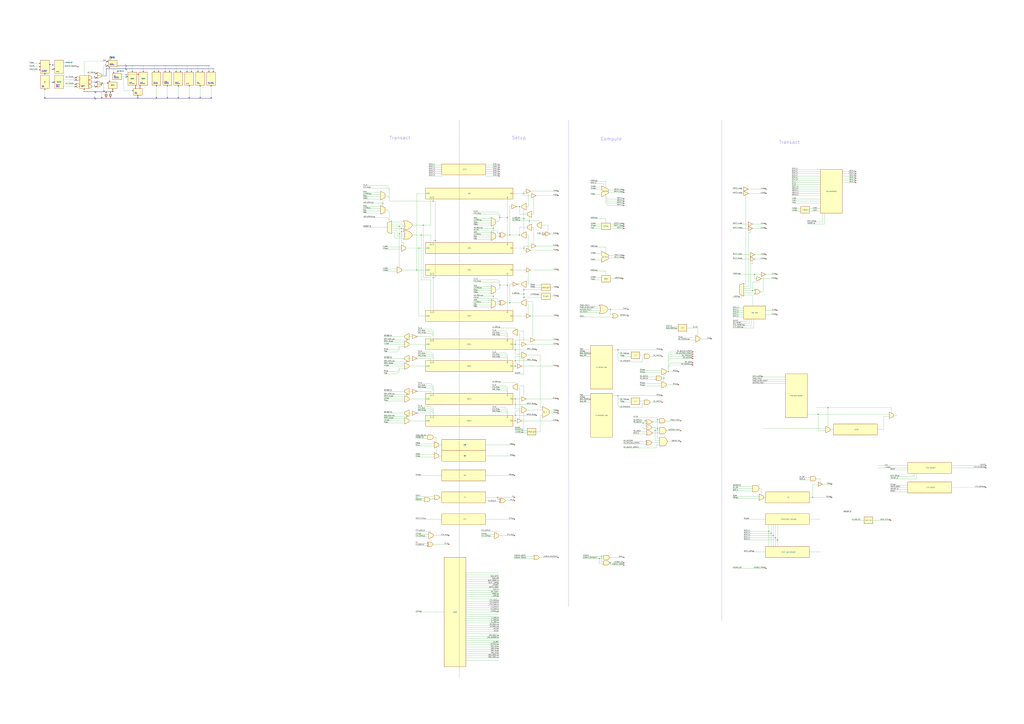
<source format=kicad_sch>
(kicad_sch (version 20211123) (generator eeschema)
  (paper "A0")
  (junction (at 486.41 288.29))
  (junction (at 505.46 279.4))
  (junction (at 572.77 265.43))
  (junction (at 589.28 331.47))
  (junction (at 598.17 482.6))
  (junction (at 598.17 406.4))
  (junction (at 876.3 318.77))
  (junction (at 608.33 341.63))
  (junction (at 873.76 337.82))
  (junction (at 572.77 344.17))
  (junction (at 943.61 577.85))
  (junction (at 708.66 359.41))
  (junction (at 897.89 622.3))
  (junction (at 614.68 256.54))
  (junction (at 949.96 481.33))
  (junction (at 580.39 252.73))
  (junction (at 895.35 619.76))
  (junction (at 608.33 224.79))
  (junction (at 591.82 351.79))
  (junction (at 892.81 617.22))
  (junction (at 900.43 624.84))
  (junction (at 444.5 236.22))
  (junction (at 608.33 288.29))
  (junction (at 961.39 473.71))
  (junction (at 775.97 431.8))
  (junction (at 472.44 420.37))
  (junction (at 695.96 648.97))
  (junction (at 603.25 240.03))
  (junction (at 763.27 497.84))
  (junction (at 472.44 394.97))
  (junction (at 608.33 336.55))
  (junction (at 608.33 254))
  (junction (at 472.44 458.47))
  (junction (at 902.97 627.38))
  (junction (at 463.55 271.78))
  (junction (at 603.25 273.05))
  (junction (at 708.66 654.05))
  (junction (at 580.39 331.47))
  (junction (at 770.89 439.42))
  (junction (at 591.82 273.05))
  (junction (at 763.27 487.68))
  (junction (at 698.5 646.43))
  (junction (at 483.87 313.69))
  (junction (at 598.17 463.55))
  (junction (at 598.17 469.9))
  (junction (at 472.44 483.87))
  (junction (at 466.09 269.24))
  (junction (at 466.09 265.43))
  (junction (at 577.85 577.85))
  (junction (at 717.55 459.74))
  (junction (at 502.92 322.58))
  (junction (at 760.73 500.38))
  (junction (at 598.17 400.05))
  (junction (at 589.28 252.73))
  (junction (at 749.3 488.95))
  (junction (at 746.76 491.49))
  (junction (at 502.92 233.68))
  (junction (at 598.17 419.1))
  (junction (at 598.17 488.95))
  (junction (at 463.55 262.89))
  (junction (at 608.33 345.44))
  (junction (at 717.55 406.4))
  (junction (at 598.17 425.45))
  (junction (at 491.49 261.62))
  (junction (at 488.95 273.05))
  (bus_entry (at 500.38 474.98) (size 2.54 2.54))
  (bus_entry (at 703.58 236.22) (size 2.54 2.54))
  (bus_entry (at 703.58 233.68) (size 2.54 2.54))
  (bus_entry (at 703.58 228.6) (size 2.54 2.54))
  (bus_entry (at 703.58 231.14) (size 2.54 2.54))
  (bus_entry (at 577.85 325.12) (size 2.54 2.54))
  (bus_entry (at 586.74 415.29) (size 2.54 2.54))
  (bus_entry (at 586.74 389.89) (size 2.54 2.54))
  (bus_entry (at 500.38 448.31) (size 2.54 2.54))
  (bus_entry (at 449.58 243.84) (size 2.54 2.54))
  (bus_entry (at 449.58 252.73) (size 2.54 2.54))
  (bus_entry (at 717.55 408.94) (size 2.54 2.54))
  (bus_entry (at 577.85 257.81) (size 2.54 -2.54))
  (bus_entry (at 775.97 424.18) (size 2.54 -2.54))
  (bus_entry (at 775.97 426.72) (size 2.54 -2.54))
  (bus_entry (at 775.97 411.48) (size 2.54 -2.54))
  (bus_entry (at 775.97 414.02) (size 2.54 -2.54))
  (bus_entry (at 775.97 416.56) (size 2.54 -2.54))
  (bus_entry (at 775.97 419.1) (size 2.54 -2.54))
  (bus_entry (at 461.01 408.94) (size 2.54 -2.54))
  (bus_entry (at 449.58 227.33) (size 2.54 2.54))
  (bus_entry (at 717.55 471.17) (size 2.54 2.54))
  (bus_entry (at 586.74 478.79) (size 2.54 2.54))
  (bus_entry (at 461.01 431.8) (size 2.54 -2.54))
  (bus_entry (at 500.38 411.48) (size 2.54 2.54))
  (bus_entry (at 577.85 248.92) (size 2.54 2.54))
  (bus_entry (at 500.38 445.77) (size 2.54 2.54))
  (bus_entry (at 717.55 462.28) (size 2.54 2.54))
  (bus_entry (at 586.74 412.75) (size 2.54 2.54))
  (bus_entry (at 461.01 406.4) (size 2.54 -2.54))
  (bus_entry (at 586.74 448.31) (size 2.54 2.54))
  (bus_entry (at 586.74 384.81) (size 2.54 2.54))
  (bus_entry (at 500.38 477.52) (size 2.54 2.54))
  (bus_entry (at 500.38 384.81) (size 2.54 2.54))
  (bus_entry (at 577.85 327.66) (size 2.54 2.54))
  (bus_entry (at 586.74 473.71) (size 2.54 2.54))
  (bus_entry (at 461.01 434.34) (size 2.54 -2.54))
  (bus_entry (at 586.74 476.25) (size 2.54 2.54))
  (bus_entry (at 717.55 417.83) (size 2.54 2.54))
  (bus_entry (at 500.38 387.35) (size 2.54 2.54))
  (bus_entry (at 500.38 408.94) (size 2.54 2.54))
  (bus_entry (at 500.38 382.27) (size 2.54 2.54))
  (bus_entry (at 577.85 336.55) (size 2.54 -2.54))
  (bus_entry (at 586.74 410.21) (size 2.54 2.54))
  (bus_entry (at 500.38 472.44) (size 2.54 2.54))
  (bus_entry (at 586.74 450.85) (size 2.54 2.54))
  (bus_entry (at 586.74 453.39) (size 2.54 2.54))
  (bus_entry (at 500.38 450.85) (size 2.54 2.54))
  (bus_entry (at 449.58 215.9) (size 2.54 2.54))
  (bus_entry (at 500.38 414.02) (size 2.54 2.54))
  (bus_entry (at 577.85 246.38) (size 2.54 2.54))
  (bus_entry (at 586.74 387.35) (size 2.54 2.54))
  (bus_entry (at 449.58 218.44) (size 2.54 2.54))
  (wire (pts (xy 902.97 609.6) (xy 902.97 627.38)))
  (wire (pts (xy 608.33 332.74) (xy 608.33 336.55)))
  (wire (pts (xy 708.66 359.41) (xy 728.98 359.41)))
  (wire (pts (xy 513.08 199.39) (xy 497.84 199.39)))
  (wire (pts (xy 695.96 655.32) (xy 695.96 648.97)))
  (wire (pts (xy 883.92 318.77) (xy 876.3 318.77)))
  (wire (pts (xy 746.76 491.49) (xy 750.57 491.49)))
  (polyline (pts (xy 533.4 139.7) (xy 533.4 787.4)))
  (wire (pts (xy 871.22 335.28) (xy 871.22 306.07)))
  (wire (pts (xy 97.79 104.14) (xy 97.79 106.68)))
  (wire (pts (xy 421.64 228.6) (xy 441.96 228.6)))
  (wire (pts (xy 1018.54 499.11) (xy 1026.16 499.11)))
  (wire (pts (xy 605.79 488.95) (xy 647.7 488.95)))
  (wire (pts (xy 889 318.77) (xy 901.7 318.77)))
  (wire (pts (xy 502.92 233.68) (xy 502.92 231.14)))
  (wire (pts (xy 745.49 473.71) (xy 720.09 473.71)))
  (wire (pts (xy 474.98 416.56) (xy 478.79 416.56)))
  (wire (pts (xy 421.64 247.65) (xy 441.96 247.65)))
  (wire (pts (xy 863.6 622.3) (xy 897.89 622.3)))
  (wire (pts (xy 610.87 463.55) (xy 647.7 463.55)))
  (wire (pts (xy 861.06 342.9) (xy 861.06 345.44)))
  (wire (pts (xy 106.68 100.33) (xy 111.76 100.33)))
  (wire (pts (xy 571.5 384.81) (xy 586.74 384.81)))
  (wire (pts (xy 482.6 552.45) (xy 513.08 552.45)))
  (wire (pts (xy 179.07 76.2) (xy 179.07 82.55)))
  (wire (pts (xy 541.02 721.36) (xy 579.12 721.36)))
  (wire (pts (xy 750.57 497.84) (xy 746.76 497.84)))
  (wire (pts (xy 589.28 389.89) (xy 589.28 392.43)))
  (wire (pts (xy 1035.05 480.06) (xy 1035.05 473.71)))
  (wire (pts (xy 589.28 252.73) (xy 589.28 281.94)))
  (wire (pts (xy 589.28 417.83) (xy 589.28 419.1)))
  (wire (pts (xy 637.54 480.06) (xy 647.7 480.06)))
  (wire (pts (xy 608.33 384.81) (xy 608.33 398.78)))
  (wire (pts (xy 577.85 346.71) (xy 577.85 350.52)))
  (wire (pts (xy 876.3 318.77) (xy 876.3 323.85)))
  (wire (pts (xy 222.25 80.01) (xy 222.25 82.55)))
  (wire (pts (xy 1019.81 541.02) (xy 1054.1 541.02)))
  (wire (pts (xy 34.29 77.47) (xy 45.72 77.47)))
  (wire (pts (xy 472.44 419.1) (xy 472.44 420.37)))
  (wire (pts (xy 598.17 488.95) (xy 600.71 488.95)))
  (wire (pts (xy 873.76 265.43) (xy 889 265.43)))
  (wire (pts (xy 572.77 344.17) (xy 572.77 349.25)))
  (wire (pts (xy 850.9 660.4) (xy 889 660.4)))
  (wire (pts (xy 1033.78 546.1) (xy 1054.1 546.1)))
  (wire (pts (xy 591.82 330.2) (xy 591.82 351.79)))
  (wire (pts (xy 482.6 530.86) (xy 504.19 530.86)))
  (wire (pts (xy 563.88 204.47) (xy 579.12 204.47)))
  (wire (pts (xy 444.5 231.14) (xy 444.5 236.22)))
  (wire (pts (xy 580.39 248.92) (xy 580.39 251.46)))
  (wire (pts (xy 563.88 196.85) (xy 579.12 196.85)))
  (wire (pts (xy 589.28 231.14) (xy 589.28 252.73)))
  (wire (pts (xy 685.8 262.89) (xy 698.5 262.89)))
  (wire (pts (xy 128.27 113.03) (xy 128.27 114.3)))
  (wire (pts (xy 491.49 261.62) (xy 500.38 261.62)))
  (wire (pts (xy 742.95 448.31) (xy 768.35 448.31)))
  (wire (pts (xy 541.02 723.9) (xy 579.12 723.9)))
  (wire (pts (xy 615.95 290.83) (xy 647.7 290.83)))
  (wire (pts (xy 937.26 260.35) (xy 957.58 260.35)))
  (wire (pts (xy 608.33 288.29) (xy 608.33 290.83)))
  (wire (pts (xy 850.9 378.46) (xy 872.49 378.46)))
  (wire (pts (xy 770.89 439.42) (xy 768.35 439.42)))
  (wire (pts (xy 685.8 302.26) (xy 698.5 302.26)))
  (wire (pts (xy 598.17 502.92) (xy 612.14 502.92)))
  (wire (pts (xy 571.5 415.29) (xy 586.74 415.29)))
  (wire (pts (xy 765.81 487.68) (xy 763.27 487.68)))
  (wire (pts (xy 748.03 468.63) (xy 745.49 468.63)))
  (wire (pts (xy 452.12 218.44) (xy 452.12 220.98)))
  (wire (pts (xy 773.43 379.73) (xy 787.4 379.73)))
  (wire (pts (xy 463.55 402.59) (xy 463.55 403.86)))
  (wire (pts (xy 952.5 199.39) (xy 919.48 199.39)))
  (wire (pts (xy 919.48 224.79) (xy 952.5 224.79)))
  (wire (pts (xy 673.1 411.48) (xy 685.8 411.48)))
  (wire (pts (xy 486.41 367.03) (xy 494.03 367.03)))
  (wire (pts (xy 708.66 265.43) (xy 723.9 265.43)))
  (wire (pts (xy 488.95 273.05) (xy 500.38 273.05)))
  (wire (pts (xy 632.46 271.78) (xy 633.73 271.78)))
  (wire (pts (xy 454.66 257.81) (xy 468.63 257.81)))
  (wire (pts (xy 447.04 243.84) (xy 449.58 243.84)))
  (wire (pts (xy 485.14 408.94) (xy 500.38 408.94)))
  (wire (pts (xy 505.46 322.58) (xy 505.46 279.4)))
  (wire (pts (xy 52.07 87.63) (xy 52.07 86.36)))
  (wire (pts (xy 500.38 360.68) (xy 500.38 325.12)))
  (wire (pts (xy 952.5 201.93) (xy 919.48 201.93)))
  (wire (pts (xy 549.91 246.38) (xy 577.85 246.38)))
  (wire (pts (xy 745.49 468.63) (xy 745.49 473.71)))
  (wire (pts (xy 485.14 416.56) (xy 500.38 416.56)))
  (wire (pts (xy 541.02 713.74) (xy 579.12 713.74)))
  (wire (pts (xy 541.02 675.64) (xy 579.12 675.64)))
  (wire (pts (xy 863.6 358.14) (xy 850.9 358.14)))
  (wire (pts (xy 472.44 458.47) (xy 472.44 461.01)))
  (wire (pts (xy 614.68 256.54) (xy 626.11 256.54)))
  (wire (pts (xy 742.95 430.53) (xy 768.35 430.53)))
  (wire (pts (xy 685.8 254) (xy 703.58 254)))
  (wire (pts (xy 472.44 420.37) (xy 472.44 422.91)))
  (wire (pts (xy 775.97 414.02) (xy 775.97 416.56)))
  (wire (pts (xy 549.91 340.36) (xy 570.23 340.36)))
  (wire (pts (xy 1033.78 556.26) (xy 1064.26 556.26)))
  (wire (pts (xy 598.17 463.55) (xy 605.79 463.55)))
  (wire (pts (xy 608.33 222.25) (xy 610.87 222.25)))
  (wire (pts (xy 598.17 419.1) (xy 622.3 419.1)))
  (wire (pts (xy 502.92 448.31) (xy 502.92 450.85)))
  (wire (pts (xy 500.38 419.1) (xy 500.38 416.56)))
  (wire (pts (xy 558.8 623.57) (xy 574.04 623.57)))
  (wire (pts (xy 622.3 285.75) (xy 647.7 285.75)))
  (wire (pts (xy 717.55 408.94) (xy 717.55 406.4)))
  (wire (pts (xy 485.14 448.31) (xy 500.38 448.31)))
  (wire (pts (xy 120.65 76.2) (xy 124.46 76.2)))
  (wire (pts (xy 745.49 420.37) (xy 720.09 420.37)))
  (wire (pts (xy 601.98 330.2) (xy 605.79 330.2)))
  (wire (pts (xy 949.96 562.61) (xy 943.61 562.61)))
  (wire (pts (xy 541.02 708.66) (xy 579.12 708.66)))
  (wire (pts (xy 717.55 459.74) (xy 768.35 459.74)))
  (wire (pts (xy 579.12 622.3) (xy 596.9 622.3)))
  (wire (pts (xy 445.77 416.56) (xy 469.9 416.56)))
  (wire (pts (xy 919.48 209.55) (xy 952.5 209.55)))
  (wire (pts (xy 958.85 500.38) (xy 949.96 500.38)))
  (wire (pts (xy 483.87 224.79) (xy 494.03 224.79)))
  (wire (pts (xy 773.43 500.38) (xy 789.94 500.38)))
  (wire (pts (xy 673.1 408.94) (xy 685.8 408.94)))
  (wire (pts (xy 685.8 217.17) (xy 698.5 217.17)))
  (wire (pts (xy 541.02 706.12) (xy 579.12 706.12)))
  (wire (pts (xy 621.03 394.97) (xy 647.7 394.97)))
  (wire (pts (xy 882.65 339.09) (xy 886.46 339.09)))
  (wire (pts (xy 850.9 565.15) (xy 873.76 565.15)))
  (wire (pts (xy 698.5 646.43) (xy 701.04 646.43)))
  (wire (pts (xy 469.9 486.41) (xy 445.77 486.41)))
  (wire (pts (xy 1064.26 549.91) (xy 1064.26 556.26)))
  (wire (pts (xy 541.02 683.26) (xy 579.12 683.26)))
  (wire (pts (xy 603.25 273.05) (xy 605.79 273.05)))
  (wire (pts (xy 595.63 400.05) (xy 598.17 400.05)))
  (wire (pts (xy 482.6 621.03) (xy 497.84 621.03)))
  (wire (pts (xy 623.57 271.78) (xy 629.92 271.78)))
  (wire (pts (xy 444.5 312.42) (xy 461.01 312.42)))
  (wire (pts (xy 461.01 274.32) (xy 461.01 267.97)))
  (wire (pts (xy 474.98 425.45) (xy 494.03 425.45)))
  (wire (pts (xy 886.46 497.84) (xy 958.85 497.84)))
  (wire (pts (xy 608.33 448.31) (xy 608.33 462.28)))
  (wire (pts (xy 685.8 226.06) (xy 698.5 226.06)))
  (wire (pts (xy 598.17 414.02) (xy 598.17 419.1)))
  (wire (pts (xy 608.33 290.83) (xy 610.87 290.83)))
  (wire (pts (xy 589.28 478.79) (xy 589.28 481.33)))
  (wire (pts (xy 485.14 450.85) (xy 500.38 450.85)))
  (wire (pts (xy 445.77 425.45) (xy 469.9 425.45)))
  (wire (pts (xy 615.95 342.9) (xy 628.65 342.9)))
  (wire (pts (xy 445.77 394.97) (xy 472.44 394.97)))
  (wire (pts (xy 482.6 617.22) (xy 500.38 617.22)))
  (wire (pts (xy 445.77 408.94) (xy 461.01 408.94)))
  (wire (pts (xy 572.77 340.36) (xy 572.77 344.17)))
  (wire (pts (xy 850.9 579.12) (xy 881.38 579.12)))
  (wire (pts (xy 549.91 335.28) (xy 570.23 335.28)))
  (wire (pts (xy 876.3 300.99) (xy 889 300.99)))
  (wire (pts (xy 868.68 270.51) (xy 868.68 332.74)))
  (wire (pts (xy 444.5 287.02) (xy 466.09 287.02)))
  (wire (pts (xy 466.09 313.69) (xy 483.87 313.69)))
  (wire (pts (xy 875.03 381) (xy 850.9 381)))
  (wire (pts (xy 919.48 231.14) (xy 952.5 231.14)))
  (wire (pts (xy 140.97 88.9) (xy 147.32 88.9)))
  (wire (pts (xy 541.02 754.38) (xy 579.12 754.38)))
  (wire (pts (xy 617.22 248.92) (xy 619.76 248.92)))
  (wire (pts (xy 774.7 513.08) (xy 789.94 513.08)))
  (wire (pts (xy 919.48 219.71) (xy 952.5 219.71)))
  (wire (pts (xy 608.33 254) (xy 608.33 270.51)))
  (wire (pts (xy 541.02 764.54) (xy 579.12 764.54)))
  (wire (pts (xy 735.33 504.19) (xy 750.57 504.19)))
  (wire (pts (xy 746.76 497.84) (xy 746.76 491.49)))
  (wire (pts (xy 810.26 381) (xy 810.26 391.16)))
  (wire (pts (xy 541.02 736.6) (xy 579.12 736.6)))
  (wire (pts (xy 676.91 646.43) (xy 698.5 646.43)))
  (wire (pts (xy 600.71 384.81) (xy 608.33 384.81)))
  (wire (pts (xy 469.9 461.01) (xy 445.77 461.01)))
  (wire (pts (xy 889 360.68) (xy 901.7 360.68)))
  (wire (pts (xy 73.66 92.71) (xy 87.63 92.71)))
  (wire (pts (xy 598.17 406.4) (xy 622.3 406.4)))
  (wire (pts (xy 952.5 204.47) (xy 919.48 204.47)))
  (wire (pts (xy 461.01 267.97) (xy 454.66 267.97)))
  (wire (pts (xy 685.8 260.35) (xy 698.5 260.35)))
  (wire (pts (xy 483.87 313.69) (xy 483.87 224.79)))
  (wire (pts (xy 541.02 751.84) (xy 579.12 751.84)))
  (wire (pts (xy 577.85 271.78) (xy 580.39 271.78)))
  (wire (pts (xy 613.41 223.52) (xy 613.41 240.03)))
  (wire (pts (xy 756.92 514.35) (xy 765.81 514.35)))
  (wire (pts (xy 463.55 271.78) (xy 463.55 311.15)))
  (wire (pts (xy 760.73 496.57) (xy 760.73 500.38)))
  (wire (pts (xy 1033.78 571.5) (xy 1054.1 571.5)))
  (wire (pts (xy 600.71 450.85) (xy 603.25 450.85)))
  (wire (pts (xy 615.95 367.03) (xy 647.7 367.03)))
  (wire (pts (xy 863.6 624.84) (xy 900.43 624.84)))
  (wire (pts (xy 120.65 76.2) (xy 120.65 86.995)))
  (wire (pts (xy 478.79 261.62) (xy 491.49 261.62)))
  (wire (pts (xy 608.33 285.75) (xy 608.33 288.29)))
  (wire (pts (xy 963.93 499.11) (xy 967.74 499.11)))
  (wire (pts (xy 850.9 265.43) (xy 868.68 265.43)))
  (wire (pts (xy 549.91 354.33) (xy 570.23 354.33)))
  (wire (pts (xy 589.28 481.33) (xy 589.28 482.6)))
  (wire (pts (xy 750.57 495.3) (xy 749.3 495.3)))
  (wire (pts (xy 939.8 242.57) (xy 952.5 242.57)))
  (wire (pts (xy 598.17 497.84) (xy 608.33 497.84)))
  (wire (pts (xy 673.1 368.3) (xy 711.2 368.3)))
  (wire (pts (xy 596.9 646.43) (xy 619.76 646.43)))
  (wire (pts (xy 549.91 270.51) (xy 570.23 270.51)))
  (wire (pts (xy 571.5 412.75) (xy 586.74 412.75)))
  (wire (pts (xy 482.6 579.12) (xy 492.76 579.12)))
  (wire (pts (xy 763.27 509.27) (xy 763.27 497.84)))
  (wire (pts (xy 863.6 641.35) (xy 889 641.35)))
  (wire (pts (xy 73.66 100.33) (xy 87.63 100.33)))
  (wire (pts (xy 868.68 219.71) (xy 889 219.71)))
  (wire (pts (xy 598.17 381) (xy 598.17 383.54)))
  (wire (pts (xy 707.39 647.7) (xy 723.9 647.7)))
  (wire (pts (xy 881.38 325.12) (xy 881.38 327.66)))
  (wire (pts (xy 608.33 227.33) (xy 617.22 227.33)))
  (wire (pts (xy 502.92 320.04) (xy 502.92 322.58)))
  (wire (pts (xy 485.14 391.16) (xy 500.38 391.16)))
  (wire (pts (xy 502.92 389.89) (xy 502.92 393.7)))
  (wire (pts (xy 558.8 621.03) (xy 574.04 621.03)))
  (wire (pts (xy 127 78.74) (xy 127 93.98)))
  (wire (pts (xy 608.33 336.55) (xy 628.65 336.55)))
  (wire (pts (xy 638.81 334.01) (xy 647.7 334.01)))
  (wire (pts (xy 502.92 322.58) (xy 502.92 360.68)))
  (wire (pts (xy 549.91 275.59) (xy 570.23 275.59)))
  (wire (pts (xy 873.76 342.9) (xy 873.76 355.6)))
  (wire (pts (xy 873.76 440.69) (xy 911.86 440.69)))
  (wire (pts (xy 575.31 336.55) (xy 577.85 336.55)))
  (wire (pts (xy 603.25 387.35) (xy 603.25 424.18)))
  (wire (pts (xy 482.6 603.25) (xy 513.08 603.25)))
  (wire (pts (xy 472.44 482.6) (xy 472.44 483.87)))
  (wire (pts (xy 598.17 482.6) (xy 598.17 488.95)))
  (wire (pts (xy 708.66 359.41) (xy 708.66 365.76)))
  (wire (pts (xy 895.35 619.76) (xy 895.35 635)))
  (wire (pts (xy 873.76 445.77) (xy 911.86 445.77)))
  (wire (pts (xy 502.92 453.39) (xy 502.92 457.2)))
  (wire (pts (xy 863.6 337.82) (xy 873.76 337.82)))
  (wire (pts (xy 577.85 577.85) (xy 577.85 580.39)))
  (wire (pts (xy 1104.9 566.42) (xy 1144.27 566.42)))
  (wire (pts (xy 1061.72 549.91) (xy 1061.72 553.72)))
  (wire (pts (xy 563.88 191.77) (xy 579.12 191.77)))
  (wire (pts (xy 760.73 500.38) (xy 760.73 511.81)))
  (wire (pts (xy 502.92 414.02) (xy 502.92 416.56)))
  (wire (pts (xy 720.09 467.36) (xy 732.79 467.36)))
  (wire (pts (xy 491.49 322.58) (xy 491.49 261.62)))
  (wire (pts (xy 482.6 506.73) (xy 496.57 506.73)))
  (wire (pts (xy 619.76 248.92) (xy 619.76 228.6)))
  (wire (pts (xy 513.08 191.77) (xy 497.84 191.77)))
  (wire (pts (xy 166.37 76.2) (xy 166.37 82.55)))
  (wire (pts (xy 875.03 370.84) (xy 875.03 381)))
  (wire (pts (xy 706.12 220.98) (xy 723.9 220.98)))
  (wire (pts (xy 863.6 619.76) (xy 895.35 619.76)))
  (wire (pts (xy 485.14 411.48) (xy 500.38 411.48)))
  (wire (pts (xy 610.87 273.05) (xy 613.41 273.05)))
  (wire (pts (xy 871.22 266.7) (xy 871.22 270.51)))
  (wire (pts (xy 778.51 416.56) (xy 803.91 416.56)))
  (wire (pts (xy 742.95 445.77) (xy 768.35 445.77)))
  (wire (pts (xy 502.92 508) (xy 506.73 508)))
  (wire (pts (xy 474.98 463.55) (xy 494.03 463.55)))
  (wire (pts (xy 778.51 414.02) (xy 803.91 414.02)))
  (wire (pts (xy 468.63 269.24) (xy 466.09 269.24)))
  (wire (pts (xy 863.6 342.9) (xy 873.76 342.9)))
  (wire (pts (xy 889 365.76) (xy 901.7 365.76)))
  (wire (pts (xy 541.02 741.68) (xy 579.12 741.68)))
  (wire (pts (xy 610.87 353.06) (xy 613.41 353.06)))
  (wire (pts (xy 797.56 381) (xy 810.26 381)))
  (wire (pts (xy 673.1 459.74) (xy 685.8 459.74)))
  (wire (pts (xy 773.43 431.8) (xy 775.97 431.8)))
  (wire (pts (xy 123.19 107.95) (xy 123.19 109.22)))
  (wire (pts (xy 628.65 261.62) (xy 636.27 261.62)))
  (wire (pts (xy 500.38 261.62) (xy 500.38 231.14)))
  (wire (pts (xy 586.74 273.05) (xy 591.82 273.05)))
  (wire (pts (xy 598.17 394.97) (xy 598.17 400.05)))
  (wire (pts (xy 482.6 581.66) (xy 492.76 581.66)))
  (wire (pts (xy 541.02 739.14) (xy 579.12 739.14)))
  (wire (pts (xy 209.55 80.01) (xy 209.55 82.55)))
  (wire (pts (xy 758.19 490.22) (xy 765.81 490.22)))
  (wire (pts (xy 217.17 76.2) (xy 217.17 82.55)))
  (wire (pts (xy 863.6 365.76) (xy 850.9 365.76)))
  (wire (pts (xy 589.28 331.47) (xy 589.28 360.68)))
  (wire (pts (xy 234.95 80.01) (xy 234.95 82.55)))
  (wire (pts (xy 247.65 80.01) (xy 247.65 82.55)))
  (wire (pts (xy 919.48 212.09) (xy 952.5 212.09)))
  (wire (pts (xy 873.76 306.07) (xy 871.22 306.07)))
  (wire (pts (xy 474.98 400.05) (xy 494.03 400.05)))
  (wire (pts (xy 763.27 497.84) (xy 765.81 497.84)))
  (wire (pts (xy 506.73 519.43) (xy 506.73 527.05)))
  (wire (pts (xy 549.91 267.97) (xy 577.85 267.97)))
  (wire (pts (xy 977.9 199.39) (xy 993.14 199.39)))
  (wire (pts (xy 571.5 478.79) (xy 586.74 478.79)))
  (wire (pts (xy 863.6 368.3) (xy 850.9 368.3)))
  (wire (pts (xy 571.5 389.89) (xy 586.74 389.89)))
  (wire (pts (xy 706.12 359.41) (xy 708.66 359.41)))
  (wire (pts (xy 541.02 767.08) (xy 579.12 767.08)))
  (wire (pts (xy 871.22 261.62) (xy 871.22 264.16)))
  (wire (pts (xy 458.47 276.86) (xy 468.63 276.86)))
  (wire (pts (xy 580.39 252.73) (xy 580.39 255.27)))
  (wire (pts (xy 703.58 218.44) (xy 703.58 210.82)))
  (wire (pts (xy 868.68 224.79) (xy 889 224.79)))
  (wire (pts (xy 949.96 481.33) (xy 949.96 500.38)))
  (wire (pts (xy 706.12 223.52) (xy 723.9 223.52)))
  (wire (pts (xy 563.88 529.59) (xy 596.9 529.59)))
  (wire (pts (xy 472.44 483.87) (xy 472.44 486.41)))
  (wire (pts (xy 1026.16 483.87) (xy 1026.16 499.11)))
  (wire (pts (xy 947.42 473.71) (xy 961.39 473.71)))
  (wire (pts (xy 449.58 215.9) (xy 421.64 215.9)))
  (wire (pts (xy 673.1 406.4) (xy 685.8 406.4)))
  (wire (pts (xy 742.95 412.75) (xy 748.03 412.75)))
  (wire (pts (xy 720.09 464.82) (xy 732.79 464.82)))
  (wire (pts (xy 685.8 213.36) (xy 701.04 213.36)))
  (wire (pts (xy 850.9 345.44) (xy 861.06 345.44)))
  (wire (pts (xy 850.9 375.92) (xy 869.95 375.92)))
  (wire (pts (xy 673.1 363.22) (xy 695.96 363.22)))
  (wire (pts (xy 157.48 101.6) (xy 157.48 100.33)))
  (wire (pts (xy 549.91 248.92) (xy 577.85 248.92)))
  (wire (pts (xy 773.43 447.04) (xy 787.4 447.04)))
  (wire (pts (xy 445.77 483.87) (xy 472.44 483.87)))
  (wire (pts (xy 760.73 500.38) (xy 765.81 500.38)))
  (wire (pts (xy 775.97 424.18) (xy 775.97 426.72)))
  (wire (pts (xy 626.11 647.7) (xy 647.7 647.7)))
  (wire (pts (xy 482.6 633.73) (xy 496.57 633.73)))
  (wire (pts (xy 140.97 86.36) (xy 160.02 86.36)))
  (wire (pts (xy 977.9 204.47) (xy 993.14 204.47)))
  (wire (pts (xy 504.19 515.62) (xy 482.6 515.62)))
  (wire (pts (xy 600.71 240.03) (xy 603.25 240.03)))
  (polyline (pts (xy 660.4 139.7) (xy 660.4 704.85)))
  (wire (pts (xy 778.51 421.64) (xy 803.91 421.64)))
  (wire (pts (xy 598.17 469.9) (xy 598.17 474.98)))
  (wire (pts (xy 541.02 695.96) (xy 579.12 695.96)))
  (wire (pts (xy 1104.9 541.02) (xy 1144.27 541.02)))
  (wire (pts (xy 445.77 400.05) (xy 469.9 400.05)))
  (wire (pts (xy 1037.59 482.6) (xy 1041.4 482.6)))
  (wire (pts (xy 883.92 323.85) (xy 901.7 323.85)))
  (wire (pts (xy 549.91 351.79) (xy 570.23 351.79)))
  (wire (pts (xy 952.5 207.01) (xy 919.48 207.01)))
  (wire (pts (xy 673.1 360.68) (xy 695.96 360.68)))
  (wire (pts (xy 626.11 259.08) (xy 626.11 256.54)))
  (wire (pts (xy 707.39 654.05) (xy 708.66 654.05)))
  (wire (pts (xy 454.66 265.43) (xy 466.09 265.43)))
  (wire (pts (xy 572.77 265.43) (xy 572.77 270.51)))
  (wire (pts (xy 708.66 656.59) (xy 708.66 654.05)))
  (wire (pts (xy 775.97 416.56) (xy 775.97 419.1)))
  (wire (pts (xy 760.73 511.81) (xy 765.81 511.81)))
  (wire (pts (xy 541.02 690.88) (xy 579.12 690.88)))
  (wire (pts (xy 445.77 491.49) (xy 469.9 491.49)))
  (wire (pts (xy 673.1 464.82) (xy 685.8 464.82)))
  (wire (pts (xy 229.87 76.2) (xy 229.87 82.55)))
  (wire (pts (xy 881.38 567.69) (xy 883.92 567.69)))
  (wire (pts (xy 873.76 260.35) (xy 889 260.35)))
  (wire (pts (xy 708.66 654.05) (xy 723.9 654.05)))
  (wire (pts (xy 153.67 76.2) (xy 153.67 82.55)))
  (wire (pts (xy 598.17 425.45) (xy 600.71 425.45)))
  (wire (pts (xy 873.76 438.15) (xy 911.86 438.15)))
  (wire (pts (xy 742.95 466.09) (xy 748.03 466.09)))
  (wire (pts (xy 589.28 450.85) (xy 589.28 453.39)))
  (wire (pts (xy 919.48 245.11) (xy 929.64 245.11)))
  (wire (pts (xy 445.77 420.37) (xy 472.44 420.37)))
  (wire (pts (xy 62.23 80.01) (xy 57.15 80.01)))
  (wire (pts (xy 598.17 444.5) (xy 598.17 447.04)))
  (wire (pts (xy 608.33 345.44) (xy 608.33 349.25)))
  (wire (pts (xy 541.02 668.02) (xy 579.12 668.02)))
  (wire (pts (xy 445.77 434.34) (xy 461.01 434.34)))
  (wire (pts (xy 502.92 474.98) (xy 502.92 477.52)))
  (wire (pts (xy 778.51 408.94) (xy 803.91 408.94)))
  (wire (pts (xy 610.87 350.52) (xy 618.49 350.52)))
  (wire (pts (xy 939.8 603.25) (xy 952.5 603.25)))
  (wire (pts (xy 748.03 415.29) (xy 745.49 415.29)))
  (wire (pts (xy 485.14 477.52) (xy 500.38 477.52)))
  (wire (pts (xy 466.09 281.94) (xy 468.63 281.94)))
  (wire (pts (xy 595.63 463.55) (xy 598.17 463.55)))
  (wire (pts (xy 685.8 322.58) (xy 698.5 322.58)))
  (bus (pts (xy 96.52 106.68) (xy 132.08 106.68)))
  (bus (pts (xy 118.11 88.265) (xy 123.19 88.265)))
  (wire (pts (xy 549.91 327.66) (xy 577.85 327.66)))
  (wire (pts (xy 610.87 240.03) (xy 613.41 240.03)))
  (wire (pts (xy 608.33 224.79) (xy 608.33 222.25)))
  (wire (pts (xy 613.41 314.96) (xy 613.41 330.2)))
  (wire (pts (xy 937.26 481.33) (xy 949.96 481.33)))
  (wire (pts (xy 603.25 240.03) (xy 605.79 240.03)))
  (wire (pts (xy 472.44 457.2) (xy 472.44 458.47)))
  (wire (pts (xy 504.19 528.32) (xy 482.6 528.32)))
  (wire (pts (xy 977.9 201.93) (xy 993.14 201.93)))
  (wire (pts (xy 572.77 261.62) (xy 572.77 265.43)))
  (wire (pts (xy 618.49 350.52) (xy 618.49 393.7)))
  (wire (pts (xy 754.38 414.02) (xy 768.35 414.02)))
  (wire (pts (xy 772.16 488.95) (xy 789.94 488.95)))
  (wire (pts (xy 850.9 224.79) (xy 863.6 224.79)))
  (wire (pts (xy 541.02 680.72) (xy 579.12 680.72)))
  (wire (pts (xy 619.76 264.16) (xy 619.76 284.48)))
  (wire (pts (xy 463.55 403.86) (xy 463.55 406.4)))
  (wire (pts (xy 444.5 289.56) (xy 466.09 289.56)))
  (wire (pts (xy 162.56 101.6) (xy 162.56 100.33)))
  (wire (pts (xy 452.12 233.68) (xy 452.12 229.87)))
  (wire (pts (xy 447.04 227.33) (xy 449.58 227.33)))
  (wire (pts (xy 452.12 246.38) (xy 452.12 255.27)))
  (wire (pts (xy 614.68 251.46) (xy 614.68 256.54)))
  (wire (pts (xy 577.85 577.85) (xy 596.9 577.85)))
  (wire (pts (xy 673.1 355.6) (xy 695.96 355.6)))
  (wire (pts (xy 541.02 728.98) (xy 579.12 728.98)))
  (wire (pts (xy 610.87 412.75) (xy 627.38 412.75)))
  (wire (pts (xy 577.85 580.39) (xy 580.39 580.39)))
  (wire (pts (xy 445.77 406.4) (xy 461.01 406.4)))
  (wire (pts (xy 603.25 264.16) (xy 612.14 264.16)))
  (wire (pts (xy 883.92 567.69) (xy 883.92 575.31)))
  (wire (pts (xy 421.64 231.14) (xy 441.96 231.14)))
  (wire (pts (xy 866.14 220.98) (xy 866.14 223.52)))
  (wire (pts (xy 627.38 501.65) (xy 627.38 482.6)))
  (wire (pts (xy 500.38 325.12) (xy 488.95 325.12)))
  (wire (pts (xy 863.6 627.38) (xy 902.97 627.38)))
  (wire (pts (xy 873.76 567.69) (xy 850.9 567.69)))
  (wire (pts (xy 575.31 257.81) (xy 577.85 257.81)))
  (wire (pts (xy 708.66 260.35) (xy 723.9 260.35)))
  (wire (pts (xy 463.55 271.78) (xy 463.55 262.89)))
  (wire (pts (xy 589.28 387.35) (xy 589.28 389.89)))
  (wire (pts (xy 485.14 474.98) (xy 500.38 474.98)))
  (wire (pts (xy 541.02 716.28) (xy 579.12 716.28)))
  (wire (pts (xy 589.28 457.2) (xy 589.28 455.93)))
  (wire (pts (xy 541.02 665.48) (xy 579.12 665.48)))
  (wire (pts (xy 685.8 314.96) (xy 703.58 314.96)))
  (wire (pts (xy 488.95 325.12) (xy 488.95 273.05)))
  (wire (pts (xy 706.12 236.22) (xy 723.9 236.22)))
  (wire (pts (xy 502.92 482.6) (xy 502.92 480.06)))
  (wire (pts (xy 703.58 226.06) (xy 703.58 228.6)))
  (wire (pts (xy 603.25 450.85) (xy 603.25 487.68)))
  (wire (pts (xy 421.64 245.11) (xy 441.96 245.11)))
  (wire (pts (xy 510.54 577.85) (xy 513.08 577.85)))
  (wire (pts (xy 603.25 273.05) (xy 603.25 264.16)))
  (wire (pts (xy 73.66 77.47) (xy 90.17 77.47)))
  (wire (pts (xy 598.17 411.48) (xy 605.79 411.48)))
  (wire (pts (xy 608.33 285.75) (xy 617.22 285.75)))
  (wire (pts (xy 615.95 313.69) (xy 647.7 313.69)))
  (wire (pts (xy 463.55 427.99) (xy 463.55 429.26)))
  (wire (pts (xy 509.27 516.89) (xy 513.08 516.89)))
  (wire (pts (xy 902.97 627.38) (xy 902.97 635)))
  (wire (pts (xy 892.81 609.6) (xy 892.81 617.22)))
  (wire (pts (xy 598.17 434.34) (xy 608.33 434.34)))
  (wire (pts (xy 509.27 529.59) (xy 513.08 529.59)))
  (wire (pts (xy 571.5 453.39) (xy 586.74 453.39)))
  (wire (pts (xy 127 68.58) (xy 127 69.85)))
  (wire (pts (xy 614.68 256.54) (xy 614.68 261.62)))
  (wire (pts (xy 742.95 433.07) (xy 768.35 433.07)))
  (wire (pts (xy 605.79 425.45) (xy 647.7 425.45)))
  (wire (pts (xy 580.39 251.46) (xy 580.39 252.73)))
  (wire (pts (xy 762 520.7) (xy 762 516.89)))
  (wire (pts (xy 502.92 281.94) (xy 502.92 279.4)))
  (wire (pts (xy 513.08 201.93) (xy 497.84 201.93)))
  (wire (pts (xy 778.51 411.48) (xy 803.91 411.48)))
  (wire (pts (xy 873.76 337.82) (xy 873.76 327.66)))
  (wire (pts (xy 485.14 382.27) (xy 500.38 382.27)))
  (bus (pts (xy 123.19 80.01) (xy 248.92 80.01)))
  (wire (pts (xy 485.14 454.66) (xy 500.38 454.66)))
  (wire (pts (xy 502.92 279.4) (xy 505.46 279.4)))
  (wire (pts (xy 589.28 320.04) (xy 589.28 331.47)))
  (wire (pts (xy 571.5 448.31) (xy 586.74 448.31)))
  (wire (pts (xy 876.3 323.85) (xy 878.84 323.85)))
  (wire (pts (xy 97.79 71.12) (xy 124.46 71.12)))
  (wire (pts (xy 892.81 617.22) (xy 892.81 635)))
  (wire (pts (xy 106.68 95.25) (xy 111.76 95.25)))
  (wire (pts (xy 989.33 604.52) (xy 1003.3 604.52)))
  (wire (pts (xy 469.9 402.59) (xy 463.55 402.59)))
  (wire (pts (xy 775.97 419.1) (xy 775.97 424.18)))
  (wire (pts (xy 871.22 295.91) (xy 850.9 295.91)))
  (wire (pts (xy 961.39 496.57) (xy 961.39 473.71)))
  (wire (pts (xy 207.01 113.03) (xy 207.01 100.33)))
  (wire (pts (xy 850.9 570.23) (xy 873.76 570.23)))
  (wire (pts (xy 571.5 387.35) (xy 586.74 387.35)))
  (wire (pts (xy 452.12 255.27) (xy 452.12 257.81)))
  (wire (pts (xy 500.38 322.58) (xy 491.49 322.58)))
  (wire (pts (xy 735.33 501.65) (xy 750.57 501.65)))
  (wire (pts (xy 571.5 381) (xy 598.17 381)))
  (wire (pts (xy 500.38 617.22) (xy 500.38 619.76)))
  (wire (pts (xy 549.91 254) (xy 570.23 254)))
  (wire (pts (xy 130.81 104.14) (xy 130.81 105.41)))
  (wire (pts (xy 502.92 450.85) (xy 502.92 453.39)))
  (wire (pts (xy 1032.51 483.87) (xy 1026.16 483.87)))
  (wire (pts (xy 563.88 516.89) (xy 596.9 516.89)))
  (wire (pts (xy 541.02 703.58) (xy 579.12 703.58)))
  (wire (pts (xy 723.9 656.59) (xy 708.66 656.59)))
  (wire (pts (xy 749.3 495.3) (xy 749.3 488.95)))
  (wire (pts (xy 502.92 322.58) (xy 505.46 322.58)))
  (wire (pts (xy 571.5 473.71) (xy 586.74 473.71)))
  (wire (pts (xy 563.88 577.85) (xy 577.85 577.85)))
  (wire (pts (xy 717.55 406.4) (xy 768.35 406.4)))
  (wire (pts (xy 541.02 744.22) (xy 579.12 744.22)))
  (wire (pts (xy 863.6 340.36) (xy 876.3 340.36)))
  (wire (pts (xy 466.09 265.43) (xy 466.09 269.24)))
  (wire (pts (xy 444.5 314.96) (xy 461.01 314.96)))
  (wire (pts (xy 758.19 502.92) (xy 765.81 502.92)))
  (wire (pts (xy 502.92 384.81) (xy 502.92 387.35)))
  (wire (pts (xy 541.02 685.8) (xy 579.12 685.8)))
  (wire (pts (xy 939.8 245.11) (xy 952.5 245.11)))
  (wire (pts (xy 160.02 113.03) (xy 160.02 111.76)))
  (wire (pts (xy 701.04 217.17) (xy 701.04 213.36)))
  (wire (pts (xy 638.81 271.78) (xy 647.7 271.78)))
  (wire (pts (xy 952.5 196.85) (xy 919.48 196.85)))
  (wire (pts (xy 699.77 655.32) (xy 695.96 655.32)))
  (wire (pts (xy 637.54 477.52) (xy 647.7 477.52)))
  (wire (pts (xy 196.85 80.01) (xy 196.85 82.55)))
  (wire (pts (xy 541.02 731.52) (xy 579.12 731.52)))
  (wire (pts (xy 549.91 256.54) (xy 570.23 256.54)))
  (wire (pts (xy 63.5 74.93) (xy 58.42 74.93)))
  (wire (pts (xy 867.41 373.38) (xy 850.9 373.38)))
  (wire (pts (xy 897.89 622.3) (xy 897.89 635)))
  (wire (pts (xy 717.55 367.03) (xy 728.98 367.03)))
  (wire (pts (xy 541.02 711.2) (xy 579.12 711.2)))
  (wire (pts (xy 245.11 113.03) (xy 245.11 100.33)))
  (wire (pts (xy 863.6 330.2) (xy 866.14 330.2)))
  (wire (pts (xy 695.96 648.97) (xy 701.04 648.97)))
  (wire (pts (xy 549.91 346.71) (xy 577.85 346.71)))
  (wire (pts (xy 756.92 496.57) (xy 760.73 496.57)))
  (wire (pts (xy 549.91 349.25) (xy 570.23 349.25)))
  (wire (pts (xy 676.91 648.97) (xy 695.96 648.97)))
  (wire (pts (xy 919.48 242.57) (xy 929.64 242.57)))
  (wire (pts (xy 486.41 288.29) (xy 494.03 288.29)))
  (wire (pts (xy 580.39 330.2) (xy 580.39 331.47)))
  (wire (pts (xy 478.79 273.05) (xy 488.95 273.05)))
  (wire (pts (xy 919.48 227.33) (xy 952.5 227.33)))
  (wire (pts (xy 955.04 247.65) (xy 955.04 257.81)))
  (wire (pts (xy 598.17 400.05) (xy 598.17 406.4)))
  (wire (pts (xy 504.19 579.12) (xy 501.65 579.12)))
  (wire (pts (xy 444.5 236.22) (xy 444.5 240.03)))
  (wire (pts (xy 421.64 223.52) (xy 441.96 223.52)))
  (wire (pts (xy 763.27 487.68) (xy 763.27 485.14)))
  (wire (pts (xy 471.17 288.29) (xy 486.41 288.29)))
  (wire (pts (xy 745.49 415.29) (xy 745.49 420.37)))
  (wire (pts (xy 939.8 641.35) (xy 952.5 641.35)))
  (wire (pts (xy 502.92 477.52) (xy 502.92 480.06)))
  (wire (pts (xy 886.46 577.85) (xy 889 577.85)))
  (wire (pts (xy 541.02 762) (xy 579.12 762)))
  (wire (pts (xy 499.11 580.39) (xy 501.65 580.39)))
  (wire (pts (xy 863.6 363.22) (xy 850.9 363.22)))
  (wire (pts (xy 763.27 487.68) (xy 763.27 497.84)))
  (wire (pts (xy 615.95 331.47) (xy 628.65 331.47)))
  (wire (pts (xy 812.8 393.7) (xy 825.5 393.7)))
  (wire (pts (xy 589.28 412.75) (xy 589.28 415.29)))
  (wire (pts (xy 608.33 341.63) (xy 608.33 336.55)))
  (wire (pts (xy 708.66 323.85) (xy 722.63 323.85)))
  (wire (pts (xy 605.79 414.02) (xy 598.17 414.02)))
  (wire (pts (xy 580.39 331.47) (xy 580.39 334.01)))
  (wire (pts (xy 711.2 365.76) (xy 708.66 365.76)))
  (wire (pts (xy 850.9 219.71) (xy 863.6 219.71)))
  (wire (pts (xy 1013.46 604.52) (xy 1033.78 604.52)))
  (wire (pts (xy 242.57 76.2) (xy 242.57 82.55)))
  (polyline (pts (xy 838.2 139.7) (xy 838.2 721.36)))
  (wire (pts (xy 636.27 261.62) (xy 636.27 270.51)))
  (wire (pts (xy 787.4 392.43) (xy 807.72 392.43)))
  (wire (pts (xy 871.22 300.99) (xy 850.9 300.99)))
  (wire (pts (xy 627.38 482.6) (xy 629.92 482.6)))
  (wire (pts (xy 500.38 457.2) (xy 500.38 454.66)))
  (wire (pts (xy 706.12 297.18) (xy 723.9 297.18)))
  (wire (pts (xy 482.6 711.2) (xy 515.62 711.2)))
  (wire (pts (xy 706.12 231.14) (xy 723.9 231.14)))
  (wire (pts (xy 513.08 194.31) (xy 497.84 194.31)))
  (wire (pts (xy 128.27 107.95) (xy 128.27 109.22)))
  (wire (pts (xy 120.65 97.79) (xy 120.65 105.41)))
  (wire (pts (xy 598.17 463.55) (xy 598.17 469.9)))
  (wire (pts (xy 685.8 265.43) (xy 698.5 265.43)))
  (wire (pts (xy 770.89 434.34) (xy 770.89 439.42)))
  (wire (pts (xy 735.33 485.14) (xy 763.27 485.14)))
  (bus (pts (xy 135.89 76.2) (xy 243.84 76.2)))
  (bus (pts (xy 123.19 80.01) (xy 123.19 88.265)))
  (wire (pts (xy 627.38 412.75) (xy 627.38 473.71)))
  (wire (pts (xy 485.14 414.02) (xy 500.38 414.02)))
  (wire (pts (xy 485.14 472.44) (xy 500.38 472.44)))
  (wire (pts (xy 541.02 698.5) (xy 579.12 698.5)))
  (wire (pts (xy 703.58 233.68) (xy 703.58 236.22)))
  (wire (pts (xy 703.58 254) (xy 703.58 259.08)))
  (wire (pts (xy 598.17 469.9) (xy 622.3 469.9)))
  (wire (pts (xy 474.98 488.95) (xy 494.03 488.95)))
  (wire (pts (xy 673.1 467.36) (xy 685.8 467.36)))
  (wire (pts (xy 754.38 467.36) (xy 768.35 467.36)))
  (wire (pts (xy 219.71 113.03) (xy 219.71 100.33)))
  (wire (pts (xy 34.29 73.66) (xy 45.72 73.66)))
  (wire (pts (xy 421.64 226.06) (xy 441.96 226.06)))
  (wire (pts (xy 505.46 279.4) (xy 505.46 233.68)))
  (wire (pts (xy 181.61 113.03) (xy 181.61 100.33)))
  (wire (pts (xy 866.14 226.06) (xy 866.14 330.2)))
  (wire (pts (xy 615.95 334.01) (xy 628.65 334.01)))
  (wire (pts (xy 132.08 80.01) (xy 132.08 83.82)))
  (wire (pts (xy 566.42 582.93) (xy 580.39 582.93)))
  (wire (pts (xy 421.64 242.57) (xy 441.96 242.57)))
  (wire (pts (xy 787.4 394.97) (xy 807.72 394.97)))
  (wire (pts (xy 720.09 411.48) (xy 732.79 411.48)))
  (wire (pts (xy 549.91 273.05) (xy 570.23 273.05)))
  (wire (pts (xy 762 516.89) (xy 765.81 516.89)))
  (wire (pts (xy 685.8 287.02) (xy 703.58 287.02)))
  (wire (pts (xy 943.61 562.61) (xy 943.61 577.85)))
  (wire (pts (xy 558.8 617.22) (xy 576.58 617.22)))
  (wire (pts (xy 500.38 320.04) (xy 500.38 322.58)))
  (wire (pts (xy 97.79 87.63) (xy 97.79 71.12)))
  (wire (pts (xy 850.9 318.77) (xy 876.3 318.77)))
  (wire (pts (xy 685.8 325.12) (xy 698.5 325.12)))
  (wire (pts (xy 502.92 622.3) (xy 520.7 622.3)))
  (wire (pts (xy 577.85 267.97) (xy 577.85 271.78)))
  (wire (pts (xy 563.88 194.31) (xy 579.12 194.31)))
  (wire (pts (xy 485.14 387.35) (xy 500.38 387.35)))
  (wire (pts (xy 541.02 688.34) (xy 579.12 688.34)))
  (wire (pts (xy 742.95 438.15) (xy 762 438.15)))
  (wire (pts (xy 961.39 473.71) (xy 1035.05 473.71)))
  (wire (pts (xy 118.11 97.79) (xy 120.65 97.79)))
  (wire (pts (xy 194.31 113.03) (xy 194.31 100.33)))
  (wire (pts (xy 863.6 335.28) (xy 871.22 335.28)))
  (wire (pts (xy 850.9 260.35) (xy 868.68 260.35)))
  (wire (pts (xy 586.74 581.66) (xy 596.9 581.66)))
  (wire (pts (xy 502.92 233.68) (xy 505.46 233.68)))
  (wire (pts (xy 617.22 264.16) (xy 619.76 264.16)))
  (wire (pts (xy 549.91 261.62) (xy 570.23 261.62)))
  (wire (pts (xy 594.36 256.54) (xy 614.68 256.54)))
  (wire (pts (xy 563.88 552.45) (xy 596.9 552.45)))
  (wire (pts (xy 600.71 448.31) (xy 608.33 448.31)))
  (wire (pts (xy 549.91 278.13) (xy 570.23 278.13)))
  (wire (pts (xy 600.71 387.35) (xy 603.25 387.35)))
  (wire (pts (xy 873.76 443.23) (xy 911.86 443.23)))
  (wire (pts (xy 549.91 356.87) (xy 570.23 356.87)))
  (wire (pts (xy 706.12 233.68) (xy 723.9 233.68)))
  (wire (pts (xy 928.37 557.53) (xy 941.07 557.53)))
  (wire (pts (xy 468.63 281.94) (xy 468.63 285.75)))
  (wire (pts (xy 472.44 393.7) (xy 472.44 394.97)))
  (wire (pts (xy 900.43 624.84) (xy 900.43 635)))
  (wire (pts (xy 947.42 556.26) (xy 952.5 556.26)))
  (wire (pts (xy 445.77 466.09) (xy 469.9 466.09)))
  (wire (pts (xy 706.12 238.76) (xy 723.9 238.76)))
  (wire (pts (xy 598.17 406.4) (xy 598.17 411.48)))
  (wire (pts (xy 900.43 609.6) (xy 900.43 624.84)))
  (bus (pts (xy 50.8 114.3) (xy 246.38 114.3)))
  (wire (pts (xy 1104.9 543.56) (xy 1144.27 543.56)))
  (wire (pts (xy 580.39 331.47) (xy 589.28 331.47)))
  (wire (pts (xy 598.17 400.05) (xy 605.79 400.05)))
  (wire (pts (xy 140.97 91.44) (xy 143.51 91.44)))
  (wire (pts (xy 549.91 337.82) (xy 570.23 337.82)))
  (wire (pts (xy 421.64 240.03) (xy 441.96 240.03)))
  (wire (pts (xy 703.58 231.14) (xy 703.58 233.68)))
  (wire (pts (xy 191.77 76.2) (xy 191.77 82.55)))
  (wire (pts (xy 613.41 289.56) (xy 613.41 273.05)))
  (wire (pts (xy 513.08 204.47) (xy 497.84 204.47)))
  (wire (pts (xy 957.58 247.65) (xy 957.58 260.35)))
  (wire (pts (xy 549.91 344.17) (xy 572.77 344.17)))
  (wire (pts (xy 549.91 325.12) (xy 577.85 325.12)))
  (wire (pts (xy 594.36 341.63) (xy 608.33 341.63)))
  (wire (pts (xy 723.9 520.7) (xy 762 520.7)))
  (wire (pts (xy 698.5 646.43) (xy 698.5 652.78)))
  (wire (pts (xy 1033.78 553.72) (xy 1061.72 553.72)))
  (wire (pts (xy 873.76 337.82) (xy 876.3 337.82)))
  (wire (pts (xy 605.79 477.52) (xy 598.17 477.52)))
  (wire (pts (xy 867.41 370.84) (xy 867.41 373.38)))
  (wire (pts (xy 571.5 444.5) (xy 598.17 444.5)))
  (wire (pts (xy 421.64 264.16) (xy 449.58 264.16)))
  (wire (pts (xy 143.51 105.41) (xy 153.67 105.41)))
  (wire (pts (xy 919.48 233.68) (xy 952.5 233.68)))
  (wire (pts (xy 595.63 288.29) (xy 608.33 288.29)))
  (wire (pts (xy 118.11 106.68) (xy 118.11 113.03)))
  (wire (pts (xy 591.82 240.03) (xy 594.36 240.03)))
  (wire (pts (xy 876.3 295.91) (xy 889 295.91)))
  (wire (pts (xy 720.09 414.02) (xy 732.79 414.02)))
  (wire (pts (xy 184.15 80.01) (xy 184.15 82.55)))
  (wire (pts (xy 463.55 429.26) (xy 463.55 431.8)))
  (wire (pts (xy 445.77 431.8) (xy 461.01 431.8)))
  (wire (pts (xy 485.14 445.77) (xy 500.38 445.77)))
  (wire (pts (xy 541.02 749.3) (xy 579.12 749.3)))
  (wire (pts (xy 421.64 236.22) (xy 444.5 236.22)))
  (wire (pts (xy 463.55 262.89) (xy 468.63 262.89)))
  (wire (pts (xy 576.58 617.22) (xy 576.58 619.76)))
  (wire (pts (xy 608.33 341.63) (xy 608.33 345.44)))
  (wire (pts (xy 541.02 726.44) (xy 579.12 726.44)))
  (wire (pts (xy 608.33 478.79) (xy 608.33 497.84)))
  (wire (pts (xy 466.09 265.43) (xy 468.63 265.43)))
  (wire (pts (xy 502.92 387.35) (xy 502.92 389.89)))
  (wire (pts (xy 474.98 391.16) (xy 478.79 391.16)))
  (wire (pts (xy 549.91 259.08) (xy 570.23 259.08)))
  (wire (pts (xy 123.19 113.03) (xy 123.19 114.3)))
  (wire (pts (xy 673.1 414.02) (xy 685.8 414.02)))
  (wire (pts (xy 575.31 274.32) (xy 580.39 274.32)))
  (wire (pts (xy 591.82 351.79) (xy 605.79 351.79)))
  (wire (pts (xy 773.43 382.27) (xy 787.4 382.27)))
  (wire (pts (xy 638.81 344.17) (xy 647.7 344.17)))
  (wire (pts (xy 598.17 500.38) (xy 612.14 500.38)))
  (wire (pts (xy 541.02 673.1) (xy 579.12 673.1)))
  (wire (pts (xy 232.41 113.03) (xy 232.41 100.33)))
  (wire (pts (xy 598.17 474.98) (xy 605.79 474.98)))
  (wire (pts (xy 452.12 220.98) (xy 452.12 229.87)))
  (wire (pts (xy 541.02 759.46) (xy 579.12 759.46)))
  (wire (pts (xy 591.82 330.2) (xy 595.63 330.2)))
  (wire (pts (xy 469.9 427.99) (xy 463.55 427.99)))
  (wire (pts (xy 563.88 603.25) (xy 596.9 603.25)))
  (wire (pts (xy 541.02 701.04) (xy 579.12 701.04)))
  (wire (pts (xy 541.02 670.56) (xy 579.12 670.56)))
  (wire (pts (xy 1033.78 568.96) (xy 1054.1 568.96)))
  (wire (pts (xy 575.31 353.06) (xy 580.39 353.06)))
  (wire (pts (xy 886.46 320.04) (xy 886.46 339.09)))
  (wire (pts (xy 873.76 297.18) (xy 873.76 299.72)))
  (wire (pts (xy 445.77 480.06) (xy 469.9 480.06)))
  (wire (pts (xy 106.68 90.17) (xy 111.76 90.17)))
  (wire (pts (xy 937.26 257.81) (xy 955.04 257.81)))
  (wire (pts (xy 482.6 576.58) (xy 504.19 576.58)))
  (wire (pts (xy 506.73 508) (xy 506.73 514.35)))
  (wire (pts (xy 461.01 274.32) (xy 468.63 274.32)))
  (wire (pts (xy 708.66 262.89) (xy 723.9 262.89)))
  (wire (pts (xy 502.92 411.48) (xy 502.92 414.02)))
  (wire (pts (xy 458.47 270.51) (xy 454.66 270.51)))
  (wire (pts (xy 563.88 199.39) (xy 579.12 199.39)))
  (wire (pts (xy 541.02 718.82) (xy 579.12 718.82)))
  (wire (pts (xy 608.33 345.44) (xy 628.65 345.44)))
  (wire (pts (xy 863.6 617.22) (xy 892.81 617.22)))
  (wire (pts (xy 501.65 579.12) (xy 501.65 580.39)))
  (wire (pts (xy 445.77 463.55) (xy 469.9 463.55)))
  (wire (pts (xy 763.27 509.27) (xy 765.81 509.27)))
  (wire (pts (xy 622.3 501.65) (xy 627.38 501.65)))
  (wire (pts (xy 454.66 260.35) (xy 468.63 260.35)))
  (wire (pts (xy 778.51 424.18) (xy 803.91 424.18)))
  (wire (pts (xy 500.38 273.05) (xy 500.38 281.94)))
  (wire (pts (xy 76.2 90.17) (xy 87.63 90.17)))
  (wire (pts (xy 949.96 481.33) (xy 1032.51 481.33)))
  (wire (pts (xy 897.89 609.6) (xy 897.89 622.3)))
  (wire (pts (xy 589.28 476.25) (xy 589.28 478.79)))
  (wire (pts (xy 775.97 426.72) (xy 775.97 431.8)))
  (wire (pts (xy 445.77 458.47) (xy 472.44 458.47)))
  (wire (pts (xy 673.1 462.28) (xy 685.8 462.28)))
  (wire (pts (xy 571.5 476.25) (xy 586.74 476.25)))
  (wire (pts (xy 549.91 265.43) (xy 572.77 265.43)))
  (wire (pts (xy 445.77 488.95) (xy 469.9 488.95)))
  (wire (pts (xy 717.55 462.28) (xy 717.55 471.17)))
  (wire (pts (xy 482.6 623.57) (xy 497.84 623.57)))
  (wire (pts (xy 571.5 450.85) (xy 586.74 450.85)))
  (wire (pts (xy 595.63 313.69) (xy 610.87 313.69)))
  (wire (pts (xy 472.44 394.97) (xy 472.44 397.51)))
  (wire (pts (xy 615.95 222.25) (xy 647.7 222.25)))
  (wire (pts (xy 735.33 488.95) (xy 749.3 488.95)))
  (wire (pts (xy 685.8 219.71) (xy 698.5 219.71)))
  (wire (pts (xy 943.61 577.85) (xy 965.2 577.85)))
  (wire (pts (xy 577.85 350.52) (xy 580.39 350.52)))
  (wire (pts (xy 500.38 393.7) (xy 500.38 391.16)))
  (wire (pts (xy 589.28 453.39) (xy 589.28 455.93)))
  (wire (pts (xy 941.07 554.99) (xy 928.37 554.99)))
  (wire (pts (xy 595.63 425.45) (xy 598.17 425.45)))
  (wire (pts (xy 595.63 224.79) (xy 608.33 224.79)))
  (wire (pts (xy 869.95 370.84) (xy 869.95 375.92)))
  (wire (pts (xy 610.87 400.05) (xy 647.7 400.05)))
  (wire (pts (xy 871.22 270.51) (xy 868.68 270.51)))
  (wire (pts (xy 589.28 393.7) (xy 589.28 392.43)))
  (wire (pts (xy 485.14 480.06) (xy 500.38 480.06)))
  (wire (pts (xy 608.33 227.33) (xy 608.33 224.79)))
  (wire (pts (xy 591.82 240.03) (xy 591.82 273.05)))
  (wire (pts (xy 580.39 252.73) (xy 589.28 252.73)))
  (wire (pts (xy 449.58 218.44) (xy 421.64 218.44)))
  (wire (pts (xy 596.9 648.97) (xy 619.76 648.97)))
  (wire (pts (xy 742.95 440.69) (xy 760.73 440.69)))
  (wire (pts (xy 919.48 217.17) (xy 952.5 217.17)))
  (wire (pts (xy 541.02 746.76) (xy 579.12 746.76)))
  (wire (pts (xy 76.2 97.79) (xy 87.63 97.79)))
  (wire (pts (xy 735.33 491.49) (xy 746.76 491.49)))
  (wire (pts (xy 895.35 609.6) (xy 895.35 619.76)))
  (wire (pts (xy 421.64 252.73) (xy 449.58 252.73)))
  (wire (pts (xy 580.39 327.66) (xy 580.39 330.2)))
  (wire (pts (xy 454.66 262.89) (xy 463.55 262.89)))
  (wire (pts (xy 703.58 287.02) (xy 703.58 294.64)))
  (wire (pts (xy 863.6 360.68) (xy 850.9 360.68)))
  (wire (pts (xy 717.55 462.28) (xy 717.55 459.74)))
  (wire (pts (xy 500.38 482.6) (xy 500.38 480.06)))
  (wire (pts (xy 452.12 233.68) (xy 502.92 233.68)))
  (wire (pts (xy 474.98 454.66) (xy 478.79 454.66)))
  (wire (pts (xy 977.9 207.01) (xy 993.14 207.01)))
  (wire (pts (xy 685.8 294.64) (xy 698.5 294.64)))
  (wire (pts (xy 850.9 576.58) (xy 881.38 576.58)))
  (wire (pts (xy 598.17 482.6) (xy 622.3 482.6)))
  (wire (pts (xy 541.02 678.18) (xy 579.12 678.18)))
  (wire (pts (xy 685.8 210.82) (xy 703.58 210.82)))
  (wire (pts (xy 513.08 196.85) (xy 497.84 196.85)))
  (wire (pts (xy 952.5 561.34) (xy 952.5 556.26)))
  (wire (pts (xy 474.98 480.06) (xy 478.79 480.06)))
  (wire (pts (xy 711.2 459.74) (xy 717.55 459.74)))
  (wire (pts (xy 977.9 212.09) (xy 993.14 212.09)))
  (wire (pts (xy 119.38 96.52) (xy 124.46 96.52)))
  (wire (pts (xy 469.9 397.51) (xy 445.77 397.51)))
  (wire (pts (xy 703.58 228.6) (xy 703.58 231.14)))
  (wire (pts (xy 919.48 222.25) (xy 952.5 222.25)))
  (wire (pts (xy 919.48 236.22) (xy 952.5 236.22)))
  (wire (pts (xy 563.88 201.93) (xy 579.12 201.93)))
  (wire (pts (xy 939.8 577.85) (xy 943.61 577.85)))
  (wire (pts (xy 204.47 76.2) (xy 204.47 82.55)))
  (wire (pts (xy 873.76 327.66) (xy 881.38 327.66)))
  (wire (pts (xy 775.97 411.48) (xy 775.97 414.02)))
  (wire (pts (xy 698.5 652.78) (xy 701.04 652.78)))
  (wire (pts (xy 608.33 242.57) (xy 608.33 254)))
  (wire (pts (xy 502.92 632.46) (xy 520.7 632.46)))
  (wire (pts (xy 502.92 419.1) (xy 502.92 416.56)))
  (wire (pts (xy 1033.78 566.42) (xy 1054.1 566.42)))
  (wire (pts (xy 589.28 415.29) (xy 589.28 417.83)))
  (wire (pts (xy 598.17 419.1) (xy 598.17 425.45)))
  (wire (pts (xy 101.6 85.09) (xy 111.76 85.09)))
  (wire (pts (xy 1019.81 543.56) (xy 1054.1 543.56)))
  (wire (pts (xy 445.77 454.66) (xy 469.9 454.66)))
  (wire (pts (xy 1033.78 563.88) (xy 1054.1 563.88)))
  (wire (pts (xy 595.63 488.95) (xy 598.17 488.95)))
  (wire (pts (xy 486.41 288.29) (xy 486.41 367.03)))
  (wire (pts (xy 445.77 391.16) (xy 469.9 391.16)))
  (wire (pts (xy 627.38 473.71) (xy 629.92 473.71)))
  (wire (pts (xy 749.3 488.95) (xy 750.57 488.95)))
  (wire (pts (xy 458.47 276.86) (xy 458.47 270.51)))
  (wire (pts (xy 775.97 431.8) (xy 787.4 431.8)))
  (wire (pts (xy 143.51 91.44) (xy 143.51 105.41)))
  (wire (pts (xy 723.9 515.62) (xy 750.57 515.62)))
  (wire (pts (xy 571.5 410.21) (xy 586.74 410.21)))
  (wire (pts (xy 863.6 332.74) (xy 868.68 332.74)))
  (wire (pts (xy 594.36 254) (xy 608.33 254)))
  (wire (pts (xy 57.15 95.25) (xy 62.23 95.25)))
  (wire (pts (xy 469.9 422.91) (xy 445.77 422.91)))
  (wire (pts (xy 485.14 384.81) (xy 500.38 384.81)))
  (wire (pts (xy 603.25 248.92) (xy 612.14 248.92)))
  (wire (pts (xy 34.29 81.28) (xy 45.72 81.28)))
  (wire (pts (xy 586.74 351.79) (xy 591.82 351.79)))
  (wire (pts (xy 482.6 631.19) (xy 496.57 631.19)))
  (wire (pts (xy 706.12 299.72) (xy 723.9 299.72)))
  (wire (pts (xy 549.91 332.74) (xy 570.23 332.74)))
  (wire (pts (xy 717.55 408.94) (xy 717.55 417.83)))
  (wire (pts (xy 873.76 302.26) (xy 873.76 306.07)))
  (wire (pts (xy 608.33 415.29) (xy 608.33 434.34)))
  (wire (pts (xy 118.11 86.995) (xy 120.65 86.995)))
  (wire (pts (xy 541.02 693.42) (xy 579.12 693.42)))
  (wire (pts (xy 919.48 214.63) (xy 952.5 214.63)))
  (wire (pts (xy 603.25 240.03) (xy 603.25 248.92)))
  (wire (pts (xy 770.89 439.42) (xy 770.89 444.5)))
  (wire (pts (xy 711.2 406.4) (xy 717.55 406.4)))
  (wire (pts (xy 591.82 273.05) (xy 603.25 273.05)))
  (wire (pts (xy 466.09 269.24) (xy 466.09 281.94)))
  (wire (pts (xy 615.95 394.97) (xy 598.17 394.97)))
  (wire (pts (xy 482.6 518.16) (xy 504.19 518.16)))
  (wire (pts (xy 595.63 367.03) (xy 610.87 367.03)))
  (wire (pts (xy 52.07 104.14) (xy 52.07 113.03)))
  (wire (pts (xy 613.41 365.76) (xy 613.41 353.06)))
  (wire (pts (xy 622.3 227.33) (xy 647.7 227.33)))
  (wire (pts (xy 703.58 314.96) (xy 703.58 320.04)))
  (wire (pts (xy 541.02 756.92) (xy 579.12 756.92)))
  (wire (pts (xy 889 603.25) (xy 863.6 603.25)))
  (wire (pts (xy 977.9 209.55) (xy 993.14 209.55)))
  (wire (pts (xy 610.87 330.2) (xy 613.41 330.2)))
  (wire (pts (xy 541.02 734.06) (xy 579.12 734.06)))
  (wire (pts (xy 673.1 358.14) (xy 695.96 358.14)))
  (wire (pts (xy 872.49 370.84) (xy 872.49 378.46)))
  (wire (pts (xy 955.04 562.61) (xy 965.2 562.61)))
  (wire (pts (xy 610.87 476.25) (xy 629.92 476.25)))
  (wire (pts (xy 482.6 509.27) (xy 496.57 509.27)))
  (wire (pts (xy 483.87 313.69) (xy 494.03 313.69)))
  (wire (pts (xy 468.63 271.78) (xy 463.55 271.78)))
  (wire (pts (xy 723.9 513.08) (xy 750.57 513.08)))
  (wire (pts (xy 598.17 477.52) (xy 598.17 482.6)))
  (text "Data\nLatch" (at 48.26 101.6 0) (effects (font (size 0.762 0.762) italic) (justify left bottom)))
  (text "UARTs,\nKeyboard\nController" (at 190.5 97.79 0) (effects (font (size 0.762 0.762) italic) (justify left bottom)))
  (text "uCode" (at 64.77 83.82 0) (effects (font (size 0.762 0.762) italic) (justify left bottom)))
  (text "Address\nTranslator" (at 127 76.2 0) (effects (font (size 0.762 0.762) italic) (justify left bottom)))
  (text "Sound" (at 215.9 97.79 0) (effects (font (size 0.762 0.762) italic) (justify left bottom)))
  (text "4b" (at 87.63 91.44 180) (effects (font (size 0.635 0.635) italic) (justify right bottom)))
  (text "Interrupt\nController" (at 177.8 97.79 0) (effects (font (size 0.762 0.762) italic) (justify left bottom)))
  (text "4b" (at 87.63 93.98 180) (effects (font (size 0.635 0.635) italic) (justify right bottom)))
  (text "RTC,\nTimers" (at 228.6 97.79 0) (effects (font (size 0.762 0.762) italic) (justify left bottom)))
  (text "Display\nController" (at 203.2 97.79 0) (effects (font (size 0.762 0.762) italic) (justify left bottom)))
  (text "10b" (at 62.23 76.2 180) (effects (font (size 0.635 0.635) italic) (justify right bottom)))
  (text "32b" (at 111.76 107.95 180) (effects (font (size 0.635 0.635) italic) (justify right bottom)))
  (text "32b" (at 111.76 91.44 180) (effects (font (size 0.635 0.635) italic) (justify right bottom)))
  (text "uC Address\nGenerator" (at 48.26 83.82 0) (effects (font (size 0.762 0.762) italic) (justify left bottom)))
  (text "11b" (at 147.32 87.63 180) (effects (font (size 0.635 0.635) italic) (justify right bottom)))
  (text "16b" (at 111.76 115.57 180) (effects (font (size 0.635 0.635) italic) (justify right bottom)))
  (text "Setup" (at 594.36 162.56 0) (effects (font (size 3.81 3.81)) (justify left bottom)))
  (text "Transact" (at 452.12 162.56 0) (effects (font (size 3.81 3.81)) (justify left bottom)))
  (text "8b" (at 62.23 96.52 180) (effects (font (size 0.635 0.635) italic) (justify right bottom)))
  (text "Byte\nSwap" (at 156.21 109.22 0) (effects (font (size 0.762 0.762) italic) (justify left bottom)))
  (text "4b" (at 87.63 99.06 180) (effects (font (size 0.635 0.635) italic) (justify right bottom)))
  (text "4Mx8\nOdd Bytes" (at 162.56 97.79 0) (effects (font (size 0.762 0.762) italic) (justify left bottom)))
  (text "Register\nFile" (at 93.98 101.6 0) (effects (font (size 0.762 0.762) italic) (justify left bottom)))
  (text "Compute" (at 697.23 163.83 0) (effects (font (size 3.81 3.81)) (justify left bottom)))
  (text "6b" (at 111.76 86.36 180) (effects (font (size 0.635 0.635) italic) (justify right bottom)))
  (text "4b" (at 87.63 101.6 180) (effects (font (size 0.635 0.635) italic) (justify right bottom)))
  (text "16b" (at 111.76 101.6 180) (effects (font (size 0.635 0.635) italic) (justify right bottom)))
  (text "4Mx8\nEven Bytes" (at 149.86 97.79 0) (effects (font (size 0.762 0.762) italic) (justify left bottom)))
  (text "11b" (at 147.32 90.17 180) (effects (font (size 0.635 0.635) italic) (justify right bottom)))
  (text "Odd\nAlignment\nCorrection" (at 132.08 91.44 0) (effects (font (size 0.762 0.762) italic) (justify left bottom)))
  (text "12b" (at 147.32 81.28 180) (effects (font (size 0.635 0.635) italic) (justify right bottom)))
  (text "20b" (at 124.46 77.47 180) (effects (font (size 0.635 0.635) italic) (justify right bottom)))
  (text "8b" (at 124.46 72.39 180) (effects (font (size 0.635 0.635) italic) (justify right bottom)))
  (text "12b" (at 147.32 77.47 180) (effects (font (size 0.635 0.635) italic) (justify right bottom)))
  (text "32b" (at 111.76 96.52 180) (effects (font (size 0.635 0.635) italic) (justify right bottom)))
  (text "16b" (at 62.23 81.28 180) (effects (font (size 0.635 0.635) italic) (justify right bottom)))
  (text "Operand\nIndex\nRegister" (at 64.77 101.6 0) (effects (font (size 0.762 0.762) italic) (justify left bottom)))
  (text "Transact" (at 904.24 167.64 0) (effects (font (size 3.81 3.81)) (justify left bottom)))
  (text "Bulk DRAM\n72pin SIMMs" (at 241.3 97.79 0) (effects (font (size 0.762 0.762) italic) (justify left bottom)))
  (label "UC_FAULT" (at 579.12 688.34 180))
  (label "SR2_RI_{3:0}" (at 571.5 478.79 0))
  (label "SR1H_D_{15:0}" (at 445.77 461.01 0))
  (label "OB_{3:1}" (at 549.91 340.36 0))
  (label "ME_FRAME_{11:0}" (at 803.91 424.18 180))
  (label "NEXT_Z" (at 497.84 199.39 0))
  (label "ARITH_N" (at 919.48 224.79 0))
  (label "KR_RSEL_{1:0}" (at 549.91 344.17 0))
  (label "JL_{15:0}" (at 685.8 260.35 0))
  (label "JH_{15:0}" (at 647.7 488.95 180))
  (label "UC_FAULT" (at 673.1 363.22 0))
  (label "ARITH_H_{15:0}" (at 850.9 224.79 0))
  (label "NEXT_N" (at 993.14 204.47 180))
  (label "NEXT_R" (at 497.84 204.47 0))
  (label "ME_ACCESS" (at 723.9 513.08 0))
  (label "RESET" (at 1033.78 546.1 0))
  (label "STAT_V" (at 579.12 194.31 180))
  (label "CTX_INHIBIT_{3:0}" (at 1144.27 543.56 180) (effects (font italic)))
  (label "PAGE_ALIGN_FAULT" (at 673.1 358.14 0))
  (label "NEXT_V" (at 993.14 201.93 180))
  (label "JKR_WMODE_{1:0}" (at 421.64 252.73 0))
  (label "OB_{0}" (at 549.91 356.87 0))
  (label "NEXT_C" (at 497.84 191.77 0))
  (label "ASN_{3:0}" (at 673.1 408.94 0))
  (label "PE_{31:0}" (at 742.95 448.31 0))
  (label "ATOMIC_TRANS" (at 889 660.4 180) (effects (font italic)))
  (label "SR1_RI_{3:0}" (at 571.5 389.89 0))
  (label "zero" (at 421.64 223.52 0))
  (label "LL_{3:0}" (at 919.48 231.14 0))
  (label "OB_{3:0}" (at 482.6 515.62 0))
  (label "ME_QUEUE_UPDATE" (at 723.9 520.7 0))
  (label "FAULT" (at 482.6 576.58 0))
  (label "SR1H_D_{15:0}" (at 622.3 469.9 180))
  (label "ME_USER" (at 803.91 421.64 180))
  (label "PE_{31:0}" (at 742.95 430.53 0))
  (label "STAT_V" (at 850.9 360.68 0))
  (label "CLR_FX" (at 579.12 685.8 180))
  (label "ATOMIC_RESTRICT" (at 647.7 647.7 180))
  (label "NEXT_CTX_{1:0}" (at 482.6 603.25 0))
  (label "ATOMIC_COMP" (at 596.9 646.43 0) (effects (font italic)))
  (label "MODE_{3:0}" (at 579.12 690.88 180))
  (label "MULT_H_{15:0}" (at 723.9 299.72 180))
  (label "SE_PRESENT" (at 720.09 473.71 0))
  (label "SLEEP" (at 1144.27 541.02 180) (effects (font italic)))
  (label "LITERAL_{0}" (at 549.91 351.79 0))
  (label "P_{3:0}" (at 445.77 408.94 0))
  (label "FX_OVR_W" (at 579.12 708.66 180))
  (label "LH_{15:0}" (at 901.7 323.85 180))
  (label "OA_{3:0}" (at 482.6 528.32 0))
  (label "LITERAL_{5:0}" (at 615.95 342.9 0))
  (label "JH_{15:0}" (at 647.7 271.78 180))
  (label "FX_W" (at 485.14 382.27 0))
  (label "BUS_BYTE" (at 579.12 670.56 180))
  (label "LL_{15:0}" (at 445.77 400.05 0))
  (label "PE_MATCH" (at 768.35 414.02 180))
  (label "FX_W" (at 485.14 408.94 0))
  (label "OA_{3:1}" (at 549.91 337.82 0))
  (label "OFFSET_{1:0}" (at 579.12 749.3 180))
  (label "CTX_R_{1:0}" (at 571.5 387.35 0))
  (label "K_{15:0}" (at 685.8 226.06 0))
  (label "FX_OVR_R" (at 579.12 706.12 180))
  (label "SHIFT_L_{15:0}" (at 723.9 260.35 180))
  (label "LL_{15:0}" (at 901.7 318.77 180))
  (label "NEXT_N" (at 497.84 196.85 0))
  (label "STAT_K" (at 579.12 201.93 180))
  (label "OA_{3:0}" (at 615.95 331.47 0))
  (label "LL_{15:0}" (at 919.48 242.57 0))
  (label "STALL" (at 723.9 647.7 180))
  (label "CTX_INHIBIT_{3:0}" (at 850.9 378.46 0) (effects (font italic)))
  (label "FX_W" (at 485.14 472.44 0))
  (label "ARITH_C" (at 919.48 219.71 0))
  (label "KR_RX" (at 579.12 731.52 180))
  (label "OA_{0}" (at 421.64 245.11 0))
  (label "FX_R" (at 571.5 410.21 0))
  (label "DL_OP" (at 850.9 567.69 0))
  (label "ARITH_H_{15:0}" (at 723.9 223.52 180))
  (label "NEXT_R" (at 993.14 212.09 180))
  (label "P_{19:0}" (at 647.7 477.52 180))
  (label "PE_{31:0}" (at 768.35 406.4 180))
  (label "JKR_WSEL_{1:0}" (at 579.12 739.14 180))
  (label "OA_{3:0}" (at 596.9 529.59 180))
  (label "D_{15:0}" (at 965.2 562.61 180))
  (label "STAT_OP_{3:0}" (at 1033.78 553.72 0))
  (label "SR1_WI_{3:0}" (at 485.14 387.35 0))
  (label "NEXT_Z" (at 993.14 207.01 180))
  (label "LITERAL_{3:1}" (at 549.91 256.54 0))
  (label "JR_RX" (at 549.91 267.97 0))
  (label "STAT_C" (at 850.9 358.14 0))
  (label "SE_MATCH" (at 735.33 488.95 0))
  (label "MULT_H_{15:0}" (at 850.9 300.99 0))
  (label "CTX_R_{1:0}" (at 549.91 248.92 0))
  (label "STAT_C" (at 685.8 213.36 0))
  (label "SHIFT_H_{15:0}" (at 723.9 262.89 180))
  (label "JR_RSEL_{1:0}" (at 549.91 265.43 0))
  (label "ME_{31:0}" (at 787.4 431.8 180))
  (label "SR2_RI_{3:0}" (at 571.5 415.29 0))
  (label "FX_OVR_R" (at 566.42 582.93 0))
  (label "CTX_OVR_W" (at 482.6 617.22 0))
  (label "SR1_WSEL_{1:0}" (at 579.12 762 180))
  (label "JL_{15:0}" (at 647.7 222.25 180))
  (label "NEXT_Z" (at 863.6 624.84 0))
  (label "OE_{31:0}" (at 787.4 447.04 180))
  (label "JL_{15:0}" (at 647.7 400.05 180))
  (label "LITERAL_{0}" (at 421.64 242.57 0))
  (label "zero" (at 421.64 240.03 0))
  (label "STAT_C" (at 919.48 196.85 0))
  (label "J" (at 109.22 95.25 0))
  (label "FX" (at 482.6 579.12 0))
  (label "MODE_{3:0}" (at 685.8 254 0))
  (label "SR1L_D_{15:0}" (at 622.3 406.4 180))
  (label "ACCESS_FAULT" (at 873.76 445.77 0))
  (label "NEXT_V" (at 863.6 619.76 0))
  (label "JH_SRC_{1:0}" (at 571.5 444.5 0))
  (label "FX_W" (at 520.7 632.46 180))
  (label "ASN" (at 123.19 71.12 180))
  (label "CTX_DONE_{3:0}" (at 850.9 381 0) (effects (font italic)))
  (label "K_{15:0}" (at 647.7 367.03 180))
  (label "STAT_R" (at 579.12 204.47 180))
  (label "SE_MATCH" (at 768.35 467.36 180))
  (label "JH_SRC_{1:0}" (at 579.12 723.9 180))
  (label "ARITH_L_{15:0}" (at 850.9 219.71 0))
  (label "LITERAL_{3:1}" (at 549.91 335.28 0))
  (label "LL_{5}" (at 1027.43 541.02 0))
  (label "NEXT_K" (at 497.84 201.93 0))
  (label "ATOMIC_RESTRICT" (at 676.91 648.97 0))
  (label "ME_PRESENT" (at 803.91 414.02 180))
  (label "DR_{15:0}" (at 850.9 579.12 0))
  (label "LZ16" (at 943.61 242.57 0))
  (label "P_{19:4}" (at 445.77 491.49 0))
  (label "K_{4:0}" (at 685.8 265.43 0))
  (label "LL_{15:0}" (at 444.5 312.42 0))
  (label "SR2L_D_{15:0}" (at 622.3 419.1 180))
  (label "JH_{15:0}" (at 647.7 227.33 180))
  (label "LH_{15:0}" (at 889 265.43 180))
  (label "JL_{15:0}" (at 647.7 425.45 180))
  (label "CTX_{1:0}" (at 558.8 621.03 0))
  (label "JL_{15:0}" (at 685.8 217.17 0))
  (label "ME_ACCESS" (at 803.91 416.56 180))
  (label "MULT_L_{15:0}" (at 723.9 297.18 180))
  (label "LOGIC_{15:0}" (at 722.63 323.85 180))
  (label "SR2L_D_{15:0}" (at 445.77 422.91 0))
  (label "BUS_R~{W}" (at 673.1 467.36 0))
  (label "NEXT_V" (at 497.84 194.31 0))
  (label "faults" (at 34.29 77.47 0))
  (label "FX_R" (at 549.91 246.38 0))
  (label "interrupts" (at 34.29 81.28 0))
  (label "BUS_MODE_{1:0}" (at 773.43 382.27 0))
  (label "P_{11:0}" (at 787.4 392.43 0))
  (label "P_{19:6}" (at 720.09 414.02 0))
  (label "K" (at 109.22 100.33 0))
  (label "CTX_OVR_R" (at 579.12 701.04 180))
  (label "STAT_Z" (at 850.9 365.76 0))
  (label "STAT_V" (at 919.48 199.39 0))
  (label "~{INHIBIT_W}" (at 850.9 565.15 0))
  (label "K_{15:0}" (at 647.7 334.01 180))
  (label "ATOMIC_COMP" (at 723.9 656.59 180) (effects (font italic)))
  (label "JL_SRC_{1:0}" (at 594.36 254 0))
  (label "OB_{0}" (at 549.91 278.13 0))
  (label "CTX_R_{1:0}" (at 571.5 450.85 0))
  (label "ARITH_L_{15:0}" (at 723.9 220.98 180))
  (label "uCA_{15:0}" (at 482.6 711.2 0))
  (label "ARITH_Z" (at 919.48 227.33 0))
  (label "STAT_Z" (at 919.48 204.47 0))
  (label "PE_MATCH" (at 742.95 440.69 0))
  (label "LH_{15:0}" (at 445.77 463.55 0))
  (label "LITERAL_{3:1}" (at 421.64 226.06 0))
  (label "INSTR_DONE" (at 1033.78 566.42 0))
  (label "P" (at 123.19 76.2 180))
  (label "LL_{15:0}" (at 901.7 360.68 180))
  (label "AT_N" (at 919.48 214.63 0))
  (label "LITERAL_{5:0}" (at 598.17 502.92 0))
  (label "DL_{15:0}" (at 965.2 577.85 180))
  (label "K_SRC_{2:0}" (at 594.36 341.63 0))
  (label "CTX_{1:0}" (at 482.6 621.03 0))
  (label "zero" (at 549.91 254 0))
  (label "STAT_R" (at 773.43 379.73 0))
  (label "LL_{15:0}" (at 889 219.71 180))
  (label "NEXT_UOP_{9:0}" (at 873.76 438.15 0))
  (label "NEXT_UOP_{9:0}" (at 863.6 641.35 0))
  (label "ARITH_Z" (at 723.9 238.76 180))
  (label "CTX_W_{1:0}" (at 485.14 411.48 0))
  (label "LL_{15:0}" (at 445.77 425.45 0))
  (label "LH_{15:0}" (at 444.5 289.56 0))
  (label "CTX_OVR_R" (at 558.8 617.22 0))
  (label "NEXT_CTX_{1:0}" (at 1033.78 604.52 180))
  (label "SE_{31:0}" (at 742.95 433.07 0))
  (label "N_{11:0}" (at 647.7 480.06 180))
  (label "SR2_WI_{3:0}" (at 579.12 759.46 180))
  (label "OB_{3:1}" (at 549.91 261.62 0))
  (label "CTX_OVR_{1:0}" (at 579.12 698.5 180))
  (label "ME_USER" (at 735.33 501.65 0))
  (label "JKR_WSEL_{1:0}" (at 421.64 236.22 0))
  (label "~{INHIBIT_W}" (at 445.77 416.56 0))
  (label "LH_{15:0}" (at 889 224.79 180))
  (label "JH_{15:0}" (at 685.8 219.71 0))
  (label "SR2_WI_{3:0}" (at 485.14 414.02 0))
  (label "LZ32" (at 943.61 245.11 0))
  (label "ATOMIC_OK" (at 723.9 654.05 180))
  (label "DL_OP" (at 928.37 554.99 0))
  (label "CTX_W_{1:0}" (at 421.64 218.44 0))
  (label "SHIFT_C" (at 919.48 217.17 0))
  (label "BUS_MODE_{1:0}" (at 673.1 411.48 0))
  (label "SE_MATCH" (at 742.95 438.15 0))
  (label "CTX_DONE_{3:0}" (at 1144.27 566.42 180) (effects (font italic)))
  (label "P_{19:4}" (at 445.77 466.09 0))
  (label "~{INHIBIT_W}" (at 979.17 595.63 0))
  (label "JH_SRC_{1:0}" (at 594.36 256.54 0))
  (label "P_{5:0}" (at 673.1 406.4 0))
  (label "FX_W" (at 485.14 445.77 0))
  (label "SR1L_D_{15:0}" (at 445.77 397.51 0))
  (label "STAT_K" (at 735.33 504.19 0))
  (label "KR_RX" (at 549.91 346.71 0))
  (label "NEXT_K" (at 863.6 627.38 0))
  (label "B_SRC" (at 579.12 746.76 180))
  (label "ARITH_C" (at 723.9 231.14 180))
  (label "CTX_R_{1:0}" (at 571.5 476.25 0))
  (label "SR2H_D_{15:0}" (at 445.77 486.41 0))
  (label "DL_{15:0}" (at 482.6 552.45 0))
  (label "zero" (at 549.91 349.25 0))
  (label "ATOMIC_OK" (at 850.9 660.4 0))
  (label "LH_{15:0}" (at 445.77 488.95 0))
  (label "MODE_{3:0}" (at 685.8 314.96 0))
  (label "~{INHIBIT_W}" (at 445.77 480.06 0))
  (label "OB_{3:0}" (at 615.95 334.01 0))
  (label "SR1_WSEL_{1:0}" (at 445.77 458.47 0))
  (label "B_SRC" (at 598.17 434.34 0))
  (label "STAT_Z" (at 579.12 199.39 180))
  (label "zero" (at 549.91 270.51 0))
  (label "STAT_K" (at 850.9 368.3 0))
  (label "JH_{15:0}" (at 647.7 285.75 180))
  (label "ACCESS_FAULT" (at 673.1 360.68 0))
  (label "ACCESS_FAULT" (at 789.94 500.38 180))
  (label "FAULT" (at 728.98 359.41 180))
  (label "SR2H_D_{15:0}" (at 622.3 482.6 180))
  (label "D_{15:0}" (at 850.9 576.58 0))
  (label "BUS_R" (at 850.9 570.23 0))
  (label "ME_ACCESS_UPDATE" (at 723.9 515.62 0))
  (label "FX_R" (at 571.5 473.71 0))
  (label "MULT_L_{15:0}" (at 850.9 295.91 0))
  (label "F" (at 144.78 76.2 0))
  (label "N_{11:0}" (at 445.77 431.8 0))
  (label "STAT_N" (at 579.12 196.85 180))
  (label "OA_{3:1}" (at 549.91 259.08 0))
  (label "N" (at 144.78 80.01 0))
  (label "DL_{15:0}" (at 863.6 603.25 0))
  (label "STALL" (at 673.1 368.3 0))
  (label "CTX_R_{1:0}" (at 596.9 622.3 180))
  (label "ATOMIC" (at 579.12 680.72 180))
  (label "P_{3:0}" (at 445.77 434.34 0))
  (label "CTX_OVR_{1:0}" (at 558.8 623.57 0))
  (label "LITERAL_{5:0}" (at 579.12 711.2 180))
  (label "LOGIC_{15:0}" (at 850.9 318.77 0))
  (label "K_{15:0}" (at 685.8 325.12 0))
  (label "LH_{15:0}" (at 919.48 245.11 0))
  (label "ALLOW_INT" (at 989.33 604.52 0))
  (label "ASN_{3:0}" (at 673.1 462.28 0))
  (label "SE_{31:0}" (at 768.35 459.74 180))
  (label "OA_{3:1}" (at 421.64 228.6 0))
  (label "OB_{3:0}" (at 596.9 516.89 180))
  (label "DL_{3:0}" (at 482.6 530.86 0))
  (label "CTX_{1:0}" (at 596.9 603.25 180))
  (label "zero" (at 549.91 332.74 0))
  (label "LOAD_OB_OA" (at 482.6 506.73 0))
  (label "JKR_WMODE_{1:0}" (at 579.12 741.68 180))
  (label "LITERAL_{0}" (at 549.91 273.05 0))
  (label "SR1_RI_{3:0}" (at 571.5 453.39 0))
  (label "P_{19:6}" (at 720.09 467.36 0))
  (label "CTX_W_{1:0}" (at 520.7 622.3 180))
  (label "BUS_R~{W}" (at 673.1 414.02 0))
  (label "ME_ACCESS_UPDATE" (at 803.91 411.48 180))
  (label "L" (at 109.22 106.68 0))
  (label "control signals" (at 74.93 77.47 0))
  (label "ATOMIC_TRANS" (at 596.9 648.97 0) (effects (font italic)))
  (label "CTX_OVR_{1:0}" (at 482.6 623.57 0))
  (label "SR1_RI_{3:0}" (at 579.12 751.84 180))
  (label "AT_EN" (at 735.33 485.14 0))
  (label "STAT_R" (at 919.48 209.55 0))
  (label "ARITH_V" (at 723.9 233.68 180))
  (label "uC literal" (at 76.2 97.79 0))
  (label "STAT_N" (at 919.48 201.93 0))
  (label "L_SRC_{2:0}" (at 579.12 693.42 180))
  (label "OA_{0}" (at 549.91 275.59 0))
  (label "NEXT_C" (at 993.14 199.39 180))
  (label "FX" (at 482.6 631.19 0))
  (label "FX_R" (at 571.5 384.81 0))
  (label "NEXT_C" (at 863.6 617.22 0))
  (label "CTX_W_{1:0}" (at 485.14 384.81 0))
  (label "OB_{0}" (at 421.64 247.65 0))
  (label "INHIBIT_W" (at 937.26 260.35 0))
  (label "JL_{15:0}" (at 685.8 322.58 0))
  (label "SR2_WSEL_{1:0}" (at 579.12 764.54 180))
  (label "INT_PEND" (at 850.9 375.92 0) (effects (font italic)))
  (label "CTX_OVR_W" (at 579.12 703.58 180))
  (label "B_SRC" (at 598.17 497.84 0))
  (label "SLEEP" (at 850.9 373.38 0) (effects (font italic)))
  (label "ME_FRAME_{11:0}" (at 787.4 394.97 0))
  (label "SR2_WSEL_{1:0}" (at 445.77 483.87 0))
  (label "LH_{15:0}" (at 889 300.99 180))
  (label "STAT_K" (at 919.48 207.01 0))
  (label "SR2_WSEL_{1:0}" (at 445.77 420.37 0))
  (label "FX_R" (at 571.5 448.31 0))
  (label "OB_{3:1}" (at 421.64 231.14 0))
  (label "K_{15:0}" (at 647.7 394.97 180))
  (label "FX_W" (at 421.64 215.9 0))
  (label "MODE_{3:0}" (at 685.8 210.82 0))
  (label "STAT_OP_{3:0}" (at 937.26 257.81 0))
  (label "JL_SRC_{1:0}" (at 571.5 381 0))
  (label "INHIBIT_W" (at 1033.78 556.26 0))
  (label "SE_TAG_{13:0}" (at 720.09 464.82 0))
  (label "LL_{15:12}" (at 1027.43 543.56 0))
  (label "K_SRC_{2:0}" (at 579.12 718.82 180))
  (label "QUEUE_ME" (at 789.94 513.08 180))
  (label "INSTR_DONE" (at 579.12 683.26 180))
  (label "ATOMIC" (at 676.91 646.43 0))
  (label "OA_{0}" (at 549.91 354.33 0))
  (label "FX_R" (at 549.91 325.12 0))
  (label "ARITH_N" (at 723.9 236.22 180))
  (label "LH_{15:0}" (at 901.7 365.76 180))
  (label "flags" (at 34.29 73.66 0))
  (label "SE_{31:0}" (at 742.95 445.77 0))
  (label "SHIFT_H_{15:0}" (at 850.9 265.43 0))
  (label "F_{11:0}" (at 825.5 393.7 180))
  (label "MODE_{3:0}" (at 685.8 287.02 0))
  (label "B" (at 109.22 90.17 0))
  (label "CTX_R_{1:0}" (at 571.5 412.75 0))
  (label "AT_EN" (at 810.26 381 180))
  (label "~{INHIBIT_W}" (at 482.6 509.27 0))
  (label "JL_{15}" (at 623.57 271.78 0))
  (label "CTX_W_{1:0}" (at 485.14 474.98 0))
  (label "NEXT_K" (at 993.14 209.55 180))
  (label "JH_{15:0}" (at 685.8 262.89 0))
  (label "STAT_C" (at 579.12 191.77 180))
  (label "SR2_WI_{3:0}" (at 485.14 477.52 0))
  (label "SHIFT_L_{15:0}" (at 850.9 260.35 0))
  (label "LL_{15:0}" (at 889 295.91 180))
  (label "STAT_N" (at 850.9 363.22 0))
  (label "uC literal" (at 76.2 90.17 0))
  (label "PE_PRESENT" (at 720.09 420.37 0))
  (label "PE_MATCH" (at 735.33 491.49 0))
  (label "JL_SRC_{1:0}" (at 579.12 721.36 180))
  (label "PAGE_ALIGN_FAULT" (at 873.76 443.23 0))
  (label "~{INHIBIT_W}" (at 445.77 391.16 0))
  (label "DR_{15:0}" (at 596.9 552.45 180))
  (label "D" (at 109.22 114.3 0))
  (label "OFFSET_{1:0}" (at 598.17 500.38 0))
  (label "CTX_W_{1:0}" (at 485.14 448.31 0))
  (label "LL_{15:0}" (at 444.5 287.02 0))
  (label "JL_{15:0}" (at 685.8 294.64 0))
  (label "LL_{15:0}" (at 889 260.35 180))
  (label "~{INHIBIT_W}" (at 421.64 264.16 0))
  (label "DL_{7:4}" (at 482.6 518.16 0))
  (label "BUS_W" (at 928.37 557.53 0))
  (label "LH_{15:0}" (at 444.5 314.96 0))
  (label "BUS_R~{W}" (at 579.12 673.1 180))
  (label "FX_OVR_W" (at 482.6 633.73 0))
  (label "BUS_MODE_{1:0}" (at 579.12 675.64 180))
  (label "~{CLR_FX}" (at 482.6 581.66 0))
  (label "FX_R" (at 596.9 581.66 180))
  (label "PAGE_FAULT" (at 873.76 440.69 0))
  (label "RESET" (at 1033.78 571.5 0))
  (label "PAGE_FAULT" (at 789.94 488.95 180))
  (label "PAGE_FAULT" (at 673.1 355.6 0))
  (label "ME_QUEUE_UPDATE" (at 803.91 408.94 180))
  (label "CTX_R_{1:0}" (at 549.91 327.66 0))
  (label "P_{5:0}" (at 673.1 459.74 0))
  (label "JR_RSEL_{1:0}" (at 579.12 728.98 180))
  (label "K_{15:0}" (at 647.7 344.17 180))
  (label "~{INHIBIT_W}" (at 445.77 454.66 0))
  (label "LH_{15}" (at 919.48 236.22 0))
  (label "SR1_WI_{3:0}" (at 485.14 450.85 0))
  (label "SR1_WI_{3:0}" (at 579.12 756.92 180))
  (label "INHIBIT_W" (at 728.98 367.03 180))
  (label "JH_{15:0}" (at 647.7 463.55 180))
  (label "JL_{15:0}" (at 647.7 290.83 180))
  (label "N_{11:0}" (at 445.77 406.4 0))
  (label "K_{15:0}" (at 685.8 302.26 0))
  (label "uC literal" (at 101.6 85.09 0))
  (label "SR1_WSEL_{1:0}" (at 445.77 394.97 0))
  (label "SR2_RI_{3:0}" (at 579.12 754.38 180))
  (label "PE_TAG_{13:0}" (at 720.09 411.48 0))
  (label "LL_{15}" (at 919.48 233.68 0))
  (label "SHIFT_C" (at 723.9 265.43 180))
  (label "JR_RX" (at 579.12 734.06 180))
  (label "KR_RSEL_{1:0}" (at 579.12 726.44 180))
  (label "BUS_MODE_{1:0}" (at 673.1 464.82 0))
  (label "K_{15:0}" (at 647.7 313.69 180))
  (label "NEXT_N" (at 863.6 622.3 0))
  (label "INHIBIT_W" (at 1033.78 568.96 0))
  (label "ARITH_V" (at 919.48 222.25 0))
  (label "AT_Z" (at 919.48 212.09 0))
  (label "FX" (at 596.9 577.85 180))
  (label "L_SRC_{2:0}" (at 850.9 345.44 0))
  (label "CTX_{1:0}" (at 1033.78 563.88 0))
  (label "NEXT_UOP_{9:0}" (at 579.12 678.18 180))
  (symbol (lib_id "blocks:mux2") (at 500.38 622.3 0) (unit 1)
    (property "Reference" "U?" (effects hide))
    (property "Value" "mux2" (effects hide))
  )
  (symbol (lib_id "blocks:arrow") (at 648.97 285.75 0) (unit 1)
    (property "Reference" "U?" (effects hide))
    (property "Value" "arrow" (effects hide))
  )
  (symbol (lib_id "blocks:mux2") (at 608.33 273.05 180) (unit 1)
    (property "Reference" "U?" (effects hide))
    (property "Value" "mux2" (effects hide))
  )
  (symbol (lib_id "blocks:arrow") (at 88.9 90.17 0) (unit 1)
    (property "Reference" "U?" (effects hide))
    (property "Value" "arrow" (effects hide))
  )
  (symbol (lib_id "blocks:xor2") (at 582.93 351.79 0) (unit 1)
    (property "Reference" "U?" (effects hide))
    (property "Value" "XOR" (effects hide))
  )
  (symbol (lib_id "blocks:arrow") (at 161.29 86.36 0) (unit 1)
    (property "Reference" "U?" (effects hide))
    (property "Value" "arrow" (effects hide))
  )
  (symbol (lib_id "blocks:flags") (at 617.22 501.65 0) (unit 1)
    (property "Reference" "U?" (effects hide))
    (property "Value" "offset gen" (at 617.22 501.65 0))
  )
  (symbol (lib_id "blocks:xor2") (at 753.11 514.35 0) (unit 1)
    (property "Reference" "U?" (effects hide))
    (property "Value" "XOR" (effects hide))
  )
  (symbol (lib_id "blocks:arrow") (at 994.41 201.93 0) (unit 1)
    (property "Reference" "U?" (effects hide))
    (property "Value" "arrow" (effects hide))
  )
  (symbol (lib_id "blocks:arrow") (at 234.95 83.82 270) (unit 1)
    (property "Reference" "U?" (effects hide))
    (property "Value" "arrow" (effects hide))
  )
  (symbol (lib_id "blocks:arrow") (at 245.11 99.06 90) (unit 1)
    (property "Reference" "U?" (effects hide))
    (property "Value" "arrow" (effects hide))
  )
  (symbol (lib_id "blocks:arrow") (at 730.25 359.41 0) (unit 1)
    (property "Reference" "U?" (effects hide))
    (property "Value" "arrow" (effects hide))
  )
  (symbol (lib_id "blocks:arrow") (at 623.57 419.1 0) (unit 1)
    (property "Reference" "U?" (effects hide))
    (property "Value" "arrow" (effects hide))
  )
  (symbol (lib_id "blocks:arrow") (at 521.97 622.3 0) (unit 1)
    (property "Reference" "U?" (effects hide))
    (property "Value" "arrow" (effects hide))
  )
  (symbol (lib_id "blocks:mux2") (at 506.73 529.59 0) (unit 1)
    (property "Reference" "U?" (effects hide))
    (property "Value" "mux2" (effects hide))
  )
  (symbol (lib_id "blocks:reg_file") (at 52.07 95.25 0) (unit 1)
    (property "Reference" "U?" (effects hide))
    (property "Value" "DL" (at 52.07 95.25 0) (effects (font (size 1.016 1.016))))
  )
  (symbol (lib_id "blocks:arrow") (at 118.11 96.52 180) (unit 1)
    (property "Reference" "U?" (effects hide))
    (property "Value" "arrow" (effects hide))
  )
  (symbol (lib_id "blocks:pin") (at 73.66 92.71 0) (unit 1)
    (property "Reference" "U?" (effects hide))
    (property "Value" "pin" (effects hide))
  )
  (symbol (lib_id "blocks:arrow") (at 125.73 96.52 0) (unit 1)
    (property "Reference" "U?" (effects hide))
    (property "Value" "arrow" (effects hide))
  )
  (symbol (lib_id "blocks:arrow") (at 994.41 199.39 0) (unit 1)
    (property "Reference" "U?" (effects hide))
    (property "Value" "arrow" (effects hide))
  )
  (symbol (lib_id "blocks:flags") (at 135.89 88.9 0) (unit 1)
    (property "Reference" "U?" (effects hide))
    (property "Value" "OAC" (effects hide))
  )
  (symbol (lib_id "blocks:alu_med") (at 698.5 298.45 0) (unit 1)
    (property "Reference" "U?" (effects hide))
    (property "Value" "mul" (at 703.58 298.45 0))
  )
  (symbol (lib_id "blocks:arrow") (at 232.41 114.3 270) (unit 1)
    (property "Reference" "U?" (effects hide))
    (property "Value" "arrow" (effects hide))
  )
  (symbol (lib_id "blocks:arrow") (at 194.31 114.3 270) (unit 1)
    (property "Reference" "U?" (effects hide))
    (property "Value" "arrow" (effects hide))
  )
  (symbol (lib_id "blocks:arrow") (at 791.21 500.38 0) (unit 1)
    (property "Reference" "U?" (effects hide))
    (property "Value" "arrow" (effects hide))
  )
  (symbol (lib_id "blocks:arrow") (at 63.5 80.01 0) (mirror x) (unit 1)
    (property "Reference" "U?" (effects hide))
    (property "Value" "arrow" (effects hide))
  )
  (symbol (lib_id "blocks:arrow") (at 598.17 581.66 0) (unit 1)
    (property "Reference" "U?" (effects hide))
    (property "Value" "arrow" (effects hide))
  )
  (symbol (lib_id "blocks:arrow") (at 725.17 220.98 0) (mirror x) (unit 1)
    (property "Reference" "U?" (effects hide))
    (property "Value" "arrow" (effects hide))
  )
  (symbol (lib_id "blocks:arrow") (at 217.17 83.82 270) (unit 1)
    (property "Reference" "U?" (effects hide))
    (property "Value" "arrow" (effects hide))
  )
  (symbol (lib_id "blocks:inverter") (at 594.36 240.03 0) (unit 1)
    (property "Reference" "U?" (effects hide))
    (property "Value" "inverter" (effects hide))
  )
  (symbol (lib_id "blocks:arrow") (at 648.97 425.45 0) (unit 1)
    (property "Reference" "U?" (effects hide))
    (property "Value" "arrow" (effects hide))
  )
  (symbol (lib_id "blocks:arrow") (at 598.17 516.89 0) (unit 1)
    (property "Reference" "U?" (effects hide))
    (property "Value" "arrow" (effects hide))
  )
  (symbol (lib_id "blocks:arrow") (at 88.9 97.79 0) (unit 1)
    (property "Reference" "U?" (effects hide))
    (property "Value" "arrow" (effects hide))
  )
  (symbol (lib_id "blocks:fault") (at 129.54 69.85 0) (unit 1)
    (property "Reference" "U?" (effects hide))
    (property "Value" "page fault" (at 128.27 67.31 0) (effects (font (size 0.635 0.635)) (justify left)))
  )
  (symbol (lib_id "blocks:arrow") (at 723.9 323.85 0) (mirror x) (unit 1)
    (property "Reference" "U?" (effects hide))
    (property "Value" "arrow" (effects hide))
  )
  (symbol (lib_id "blocks:arrow") (at 966.47 562.61 0) (unit 1)
    (property "Reference" "U?" (effects hide))
    (property "Value" "arrow" (effects hide))
  )
  (symbol (lib_id "blocks:arrow") (at 1145.54 543.56 0) (unit 1)
    (property "Reference" "U?" (effects hide))
    (property "Value" "arrow" (effects hide))
  )
  (symbol (lib_id "blocks:arrow") (at 648.97 477.52 0) (unit 1)
    (property "Reference" "U?" (effects hide))
    (property "Value" "arrow" (effects hide))
  )
  (symbol (lib_id "blocks:arrow") (at 725.17 654.05 0) (unit 1)
    (property "Reference" "U?" (effects hide))
    (property "Value" "arrow" (effects hide))
  )
  (symbol (lib_id "blocks:arrow") (at 128.27 111.76 90) (unit 1)
    (property "Reference" "U?" (effects hide))
    (property "Value" "arrow" (effects hide))
  )
  (symbol (lib_id "blocks:arrow") (at 890.27 260.35 0) (mirror x) (unit 1)
    (property "Reference" "U?" (effects hide))
    (property "Value" "arrow" (effects hide))
  )
  (symbol (lib_id "blocks:inverter") (at 478.79 480.06 0) (unit 1)
    (property "Reference" "U?" (effects hide))
    (property "Value" "inverter" (effects hide))
  )
  (symbol (lib_id "blocks:mux3") (at 472.44 400.05 0) (unit 1)
    (property "Reference" "U?" (effects hide))
    (property "Value" "mux3" (effects hide))
  )
  (symbol (lib_id "blocks:mux2") (at 598.17 386.08 180) (unit 1)
    (property "Reference" "U?" (effects hide))
    (property "Value" "mux2" (effects hide))
  )
  (symbol (lib_id "blocks:xor2") (at 582.93 581.66 0) (unit 1)
    (property "Reference" "U?" (effects hide))
    (property "Value" "XOR" (effects hide))
  )
  (symbol (lib_id "blocks:arrow") (at 648.97 290.83 0) (unit 1)
    (property "Reference" "U?" (effects hide))
    (property "Value" "arrow" (effects hide))
  )
  (symbol (lib_id "blocks:mux2") (at 576.58 622.3 0) (unit 1)
    (property "Reference" "U?" (effects hide))
    (property "Value" "mux2" (effects hide))
  )
  (symbol (lib_id "blocks:mux") (at 102.87 100.33 0) (unit 1)
    (property "Reference" "U?" (effects hide))
    (property "Value" "mux" (effects hide))
  )
  (symbol (lib_id "blocks:mux") (at 88.9 91.44 0) (unit 1)
    (property "Reference" "U?" (effects hide))
    (property "Value" "mux" (effects hide))
  )
  (symbol (lib_id "blocks:arrow") (at 805.18 414.02 0) (unit 1)
    (property "Reference" "U?" (effects hide))
    (property "Value" "arrow" (effects hide))
  )
  (symbol (lib_id "blocks:arrow") (at 162.56 99.06 90) (unit 1)
    (property "Reference" "U?" (effects hide))
    (property "Value" "arrow" (effects hide))
  )
  (symbol (lib_id "blocks:arrow") (at 219.71 114.3 270) (unit 1)
    (property "Reference" "U?" (effects hide))
    (property "Value" "arrow" (effects hide))
  )
  (symbol (lib_id "blocks:arrow") (at 157.48 102.87 270) (unit 1)
    (property "Reference" "U?" (effects hide))
    (property "Value" "arrow" (effects hide))
  )
  (symbol (lib_id "blocks:flags") (at 737.87 412.75 0) (unit 1)
    (property "Reference" "U?" (effects hide))
    (property "Value" "==" (at 737.87 412.75 0))
  )
  (symbol (lib_id "blocks:mux4") (at 444.5 243.84 0) (unit 1)
    (property "Reference" "U?" (effects hide))
    (property "Value" "mux4" (effects hide))
  )
  (symbol (lib_id "blocks:and3") (at 768.35 500.38 0) (unit 1)
    (property "Reference" "U?" (effects hide))
    (property "Value" "and3" (effects hide))
  )
  (symbol (lib_id "blocks:flags") (at 160.02 106.68 0) (unit 1)
    (property "Reference" "U?" (effects hide))
    (property "Value" "OAC" (effects hide))
  )
  (symbol (lib_id "blocks:arrow") (at 181.61 114.3 270) (unit 1)
    (property "Reference" "U?" (effects hide))
    (property "Value" "arrow" (effects hide))
  )
  (symbol (lib_id "blocks:or4") (at 698.5 359.41 0) (unit 1)
    (property "Reference" "U?" (effects hide))
    (property "Value" "or4" (effects hide))
  )
  (symbol (lib_id "blocks:arrow") (at 890.27 660.4 0) (unit 1)
    (property "Reference" "U?" (effects hide))
    (property "Value" "arrow" (effects hide))
  )
  (symbol (lib_id "blocks:flags") (at 633.73 334.01 0) (unit 1)
    (property "Reference" "U?" (effects hide))
    (property "Value" "oboa gen" (at 633.73 334.01 0))
  )
  (symbol (lib_id "blocks:uCode") (at 528.32 711.2 0) (unit 1)
    (property "Reference" "U?" (effects hide))
    (property "Value" "uCode" (at 528.32 711.2 0) (effects (font (size 1.016 1.016))))
  )
  (symbol (lib_id "blocks:arrow") (at 229.87 83.82 270) (unit 1)
    (property "Reference" "U?" (effects hide))
    (property "Value" "arrow" (effects hide))
  )
  (symbol (lib_id "blocks:buffer") (at 633.73 271.78 0) (mirror x) (unit 1)
    (property "Reference" "U?" (effects hide))
    (property "Value" "buffer" (effects hide))
  )
  (symbol (lib_id "blocks:arrow") (at 123.19 106.68 90) (unit 1)
    (property "Reference" "U?" (effects hide))
    (property "Value" "arrow" (effects hide))
  )
  (symbol (lib_id "blocks:flags") (at 737.87 466.09 0) (unit 1)
    (property "Reference" "U?" (effects hide))
    (property "Value" "==" (at 737.87 466.09 0))
  )
  (symbol (lib_id "blocks:mux2") (at 472.44 391.16 180) (unit 1)
    (property "Reference" "U?" (effects hide))
    (property "Value" "mux2" (effects hide))
  )
  (symbol (lib_id "blocks:arrow") (at 598.17 552.45 0) (unit 1)
    (property "Reference" "U?" (effects hide))
    (property "Value" "arrow" (effects hide))
  )
  (symbol (lib_id "blocks:mux2") (at 614.68 248.92 180) (unit 1)
    (property "Reference" "U?" (effects hide))
    (property "Value" "mux2" (effects hide))
  )
  (symbol (lib_id "blocks:arrow") (at 63.5 95.25 0) (unit 1)
    (property "Reference" "U?" (effects hide))
    (property "Value" "arrow" (effects hide))
  )
  (symbol (lib_id "blocks:arrow") (at 648.97 313.69 0) (unit 1)
    (property "Reference" "U?" (effects hide))
    (property "Value" "arrow" (effects hide))
  )
  (symbol (lib_id "blocks:arrow") (at 130.81 106.68 270) (unit 1)
    (property "Reference" "U?" (effects hide))
    (property "Value" "arrow" (effects hide))
  )
  (symbol (lib_id "blocks:mux4") (at 572.77 257.81 0) (unit 1)
    (property "Reference" "U?" (effects hide))
    (property "Value" "mux4" (effects hide))
  )
  (symbol (lib_id "blocks:mux") (at 88.9 99.06 0) (unit 1)
    (property "Reference" "U?" (effects hide))
    (property "Value" "mux" (effects hide))
  )
  (symbol (lib_id "blocks:register") (at 915.67 577.85 0) (unit 1)
    (property "Reference" "U?" (effects hide))
    (property "Value" "DL" (at 915.67 577.85 0))
  )
  (symbol (lib_id "blocks:flags") (at 703.58 262.89 0) (unit 1)
    (property "Reference" "U?" (effects hide))
    (property "Value" "shifter" (at 703.58 262.89 0))
  )
  (symbol (lib_id "blocks:arrow") (at 232.41 99.06 90) (unit 1)
    (property "Reference" "U?" (effects hide))
    (property "Value" "arrow" (effects hide))
  )
  (symbol (lib_id "blocks:register") (at 539.75 603.25 0) (unit 1)
    (property "Reference" "U?" (effects hide))
    (property "Value" "CTX" (at 539.75 603.25 0))
  )
  (symbol (lib_id "blocks:buffer") (at 871.22 300.99 0) (mirror x) (unit 1)
    (property "Reference" "U?" (effects hide))
    (property "Value" "buffer" (effects hide))
  )
  (symbol (lib_id "blocks:arrow") (at 162.56 102.87 270) (unit 1)
    (property "Reference" "U?" (effects hide))
    (property "Value" "arrow" (effects hide))
  )
  (symbol (lib_id "blocks:and2") (at 943.61 556.26 0) (unit 1)
    (property "Reference" "U?" (effects hide))
    (property "Value" "and2" (effects hide))
  )
  (symbol (lib_id "blocks:dp_ram") (at 544.83 224.79 0) (unit 1)
    (property "Reference" "U?" (effects hide))
    (property "Value" "JRE" (at 544.83 224.79 0))
  )
  (symbol (lib_id "blocks:arrow") (at 725.17 223.52 0) (mirror x) (unit 1)
    (property "Reference" "U?" (effects hide))
    (property "Value" "arrow" (effects hide))
  )
  (symbol (lib_id "blocks:arrow") (at 580.39 191.77 0) (unit 1)
    (property "Reference" "U?" (effects hide))
    (property "Value" "arrow" (effects hide))
  )
  (symbol (lib_id "blocks:arrow") (at 245.11 114.3 270) (unit 1)
    (property "Reference" "U?" (effects hide))
    (property "Value" "arrow" (effects hide))
  )
  (symbol (lib_id "blocks:reg_file") (at 68.58 77.47 0) (mirror y) (unit 1)
    (property "Reference" "U?" (effects hide))
    (property "Value" "UCA" (effects hide))
  )
  (symbol (lib_id "blocks:mux") (at 102.87 90.17 0) (unit 1)
    (property "Reference" "U?" (effects hide))
    (property "Value" "mux" (effects hide))
  )
  (symbol (lib_id "blocks:arrow") (at 1145.54 541.02 0) (unit 1)
    (property "Reference" "U?" (effects hide))
    (property "Value" "arrow" (effects hide))
  )
  (symbol (lib_id "blocks:mux2") (at 614.68 264.16 180) (unit 1)
    (property "Reference" "U?" (effects hide))
    (property "Value" "mux2" (effects hide))
  )
  (symbol (lib_id "blocks:SX") (at 123.19 110.49 0) (unit 1)
    (property "Reference" "U?" (effects hide))
    (property "Value" "SX" (at 123.19 110.49 0) (effects (font (size 1.016 1.016))))
  )
  (symbol (lib_id "blocks:arrow") (at 166.37 83.82 270) (unit 1)
    (property "Reference" "U?" (effects hide))
    (property "Value" "arrow" (effects hide))
  )
  (symbol (lib_id "blocks:arrow") (at 580.39 199.39 0) (unit 1)
    (property "Reference" "U?" (effects hide))
    (property "Value" "arrow" (effects hide))
  )
  (symbol (lib_id "blocks:mux2") (at 608.33 476.25 0) (unit 1)
    (property "Reference" "U?" (effects hide))
    (property "Value" "mux2" (effects hide))
  )
  (symbol (lib_id "blocks:arrow") (at 209.55 83.82 270) (unit 1)
    (property "Reference" "U?" (effects hide))
    (property "Value" "arrow" (effects hide))
  )
  (symbol (lib_id "blocks:arrow") (at 902.97 323.85 0) (mirror x) (unit 1)
    (property "Reference" "U?" (effects hide))
    (property "Value" "arrow" (effects hide))
  )
  (symbol (lib_id "blocks:arrow") (at 52.07 114.3 270) (unit 1)
    (property "Reference" "U?" (effects hide))
    (property "Value" "arrow" (effects hide))
  )
  (symbol (lib_id "blocks:arrow") (at 196.85 83.82 270) (unit 1)
    (property "Reference" "U?" (effects hide))
    (property "Value" "arrow" (effects hide))
  )
  (symbol (lib_id "blocks:buffer") (at 949.96 562.61 0) (unit 1)
    (property "Reference" "U?" (effects hide))
    (property "Value" "buffer" (effects hide))
  )
  (symbol (lib_id "blocks:reg_file") (at 207.01 91.44 0) (unit 1)
    (property "Reference" "U?" (effects hide))
    (property "Value" "SRAM" (effects hide))
  )
  (symbol (lib_id "blocks:arrow") (at 725.17 647.7 0) (unit 1)
    (property "Reference" "U?" (effects hide))
    (property "Value" "arrow" (effects hide))
  )
  (symbol (lib_id "blocks:arrow") (at 805.18 421.64 0) (unit 1)
    (property "Reference" "U?" (effects hide))
    (property "Value" "arrow" (effects hide))
  )
  (symbol (lib_id "blocks:buffer") (at 883.92 318.77 0) (mirror x) (unit 1)
    (property "Reference" "U?" (effects hide))
    (property "Value" "buffer" (effects hide))
  )
  (symbol (lib_id "blocks:arrow") (at 204.47 83.82 270) (unit 1)
    (property "Reference" "U?" (effects hide))
    (property "Value" "arrow" (effects hide))
  )
  (symbol (lib_id "blocks:arrow") (at 730.25 367.03 0) (unit 1)
    (property "Reference" "U?" (effects hide))
    (property "Value" "arrow" (effects hide))
  )
  (symbol (lib_id "blocks:uc_decode") (at 965.2 222.25 0) (unit 1)
    (property "Reference" "U?" (effects hide))
    (property "Value" "flag processing" (at 965.2 222.25 0) (effects (font (size 1.016 1.016))))
  )
  (symbol (lib_id "blocks:arrow") (at 966.47 577.85 0) (unit 1)
    (property "Reference" "U?" (effects hide))
    (property "Value" "arrow" (effects hide))
  )
  (symbol (lib_id "blocks:dp_ram") (at 544.83 313.69 0) (unit 1)
    (property "Reference" "U?" (effects hide))
    (property "Value" "KRE" (at 544.83 313.69 0))
  )
  (symbol (lib_id "blocks:arrow") (at 890.27 224.79 0) (mirror x) (unit 1)
    (property "Reference" "U?" (effects hide))
    (property "Value" "arrow" (effects hide))
  )
  (symbol (lib_id "blocks:arrow") (at 580.39 201.93 0) (unit 1)
    (property "Reference" "U?" (effects hide))
    (property "Value" "arrow" (effects hide))
  )
  (symbol (lib_id "blocks:arrow") (at 826.77 393.7 0) (unit 1)
    (property "Reference" "U?" (effects hide))
    (property "Value" "arrow" (effects hide))
  )
  (symbol (lib_id "blocks:pin") (at 118.11 88.265 0) (unit 1)
    (property "Reference" "U?" (effects hide))
    (property "Value" "pin" (effects hide))
  )
  (symbol (lib_id "blocks:arrow") (at 725.17 233.68 0) (unit 1)
    (property "Reference" "U?" (effects hide))
    (property "Value" "arrow" (effects hide))
  )
  (symbol (lib_id "blocks:arrow") (at 725.17 262.89 0) (mirror x) (unit 1)
    (property "Reference" "U?" (effects hide))
    (property "Value" "arrow" (effects hide))
  )
  (symbol (lib_id "blocks:mux2") (at 961.39 499.11 0) (unit 1)
    (property "Reference" "U?" (effects hide))
    (property "Value" "mux2" (effects hide))
  )
  (symbol (lib_id "blocks:arrow") (at 648.97 222.25 0) (unit 1)
    (property "Reference" "U?" (effects hide))
    (property "Value" "arrow" (effects hide))
  )
  (symbol (lib_id "blocks:arrow") (at 1035.05 604.52 0) (unit 1)
    (property "Reference" "U?" (effects hide))
    (property "Value" "arrow" (effects hide))
  )
  (symbol (lib_id "blocks:mux4") (at 572.77 336.55 0) (unit 1)
    (property "Reference" "U?" (effects hide))
    (property "Value" "mux4" (effects hide))
  )
  (symbol (lib_id "blocks:arrow") (at 648.97 647.7 0) (unit 1)
    (property "Reference" "U?" (effects hide))
    (property "Value" "arrow" (effects hide))
  )
  (symbol (lib_id "blocks:uc_decode") (at 698.5 482.6 0) (unit 1)
    (property "Reference" "U?" (effects hide))
    (property "Value" "AT secondary read" (at 698.5 482.6 0) (effects (font (size 1.016 1.016))))
  )
  (symbol (lib_id "blocks:arrow") (at 52.07 102.87 90) (unit 1)
    (property "Reference" "U?" (effects hide))
    (property "Value" "arrow" (effects hide))
  )
  (symbol (lib_id "blocks:and4") (at 768.35 513.08 0) (unit 1)
    (property "Reference" "U?" (effects hide))
    (property "Value" "and4" (effects hide))
  )
  (symbol (lib_id "blocks:or2") (at 753.11 496.57 0) (unit 1)
    (property "Reference" "U?" (effects hide))
    (property "Value" "or2" (effects hide))
  )
  (symbol (lib_id "blocks:pin") (at 115.57 95.25 0) (unit 1)
    (property "Reference" "U?" (effects hide))
    (property "Value" "pin" (effects hide))
  )
  (symbol (lib_id "blocks:register") (at 994.41 499.11 0) (unit 1)
    (property "Reference" "U?" (effects hide))
    (property "Value" "uCAR" (at 994.41 499.11 0))
  )
  (symbol (lib_id "blocks:arrow") (at 46.99 73.66 0) (mirror x) (unit 1)
    (property "Reference" "U?" (effects hide))
    (property "Value" "arrow" (effects hide))
  )
  (symbol (lib_id "blocks:mux6") (at 452.12 264.16 0) (mirror y) (unit 1)
    (property "Reference" "U?" (effects hide))
    (property "Value" "mux6" (effects hide))
  )
  (symbol (lib_id "blocks:arrow") (at 994.41 204.47 0) (unit 1)
    (property "Reference" "U?" (effects hide))
    (property "Value" "arrow" (effects hide))
  )
  (symbol (lib_id "blocks:arrow") (at 57.15 74.93 0) (mirror y) (unit 1)
    (property "Reference" "U?" (effects hide))
    (property "Value" "arrow" (effects hide))
  )
  (symbol (lib_id "blocks:flags") (at 130.81 73.66 0) (unit 1)
    (property "Reference" "U?" (effects hide))
    (property "Value" "Address Translator" (effects hide))
  )
  (symbol (lib_id "blocks:arrow") (at 648.97 334.01 0) (unit 1)
    (property "Reference" "U?" (effects hide))
    (property "Value" "arrow" (effects hide))
  )
  (symbol (lib_id "blocks:reg_file") (at 68.58 95.25 0) (unit 1)
    (property "Reference" "U?" (effects hide))
    (property "Value" "OB/OA" (at 68.58 95.25 0) (effects (font (size 1.016 1.016))))
  )
  (symbol (lib_id "blocks:mux2") (at 463.55 313.69 0) (unit 1)
    (property "Reference" "U?" (effects hide))
    (property "Value" "mux2" (effects hide))
  )
  (symbol (lib_id "blocks:mux4") (at 444.5 227.33 0) (unit 1)
    (property "Reference" "U?" (effects hide))
    (property "Value" "mux4" (effects hide))
  )
  (symbol (lib_id "blocks:mux3") (at 472.44 425.45 0) (unit 1)
    (property "Reference" "U?" (effects hide))
    (property "Value" "mux3" (effects hide))
  )
  (symbol (lib_id "blocks:reg_file") (at 166.37 91.44 0) (unit 1)
    (property "Reference" "U?" (effects hide))
    (property "Value" "SRAM" (at 166.37 91.44 0) (effects (font (size 1.016 1.016))))
  )
  (symbol (lib_id "blocks:dp_ram") (at 544.83 463.55 0) (mirror x) (unit 1)
    (property "Reference" "U?" (effects hide))
    (property "Value" "SR1H" (at 544.83 463.55 0))
  )
  (symbol (lib_id "blocks:mux3") (at 472.44 463.55 0) (unit 1)
    (property "Reference" "U?" (effects hide))
    (property "Value" "mux3" (effects hide))
  )
  (symbol (lib_id "blocks:xor2") (at 582.93 273.05 0) (unit 1)
    (property "Reference" "U?" (effects hide))
    (property "Value" "XOR" (effects hide))
  )
  (symbol (lib_id "blocks:arrow") (at 181.61 99.06 90) (unit 1)
    (property "Reference" "U?" (effects hide))
    (property "Value" "arrow" (effects hide))
  )
  (symbol (lib_id "blocks:inverter") (at 478.79 391.16 0) (unit 1)
    (property "Reference" "U?" (effects hide))
    (property "Value" "inverter" (effects hide))
  )
  (symbol (lib_id "blocks:fault") (at 128.27 68.58 0) (unit 1)
    (property "Reference" "U?" (effects hide))
    (property "Value" "access fault" (at 127 66.04 0) (effects (font (size 0.635 0.635)) (justify left)))
  )
  (symbol (lib_id "blocks:SX") (at 128.27 110.49 0) (unit 1)
    (property "Reference" "U?" (effects hide))
    (property "Value" "ZX" (at 128.27 110.49 0) (effects (font (size 1.016 1.016))))
  )
  (symbol (lib_id "blocks:or4") (at 471.17 261.62 0) (unit 1)
    (property "Reference" "U?" (effects hide))
    (property "Value" "or4" (effects hide))
  )
  (symbol (lib_id "blocks:arrow") (at 648.97 480.06 0) (unit 1)
    (property "Reference" "U?" (effects hide))
    (property "Value" "arrow" (effects hide))
  )
  (symbol (lib_id "blocks:inverter") (at 478.79 416.56 0) (unit 1)
    (property "Reference" "U?" (effects hide))
    (property "Value" "inverter" (effects hide))
  )
  (symbol (lib_id "blocks:arrow") (at 88.9 92.71 0) (unit 1)
    (property "Reference" "U?" (effects hide))
    (property "Value" "arrow" (effects hide))
  )
  (symbol (lib_id "blocks:arrow") (at 123.19 111.76 90) (unit 1)
    (property "Reference" "U?" (effects hide))
    (property "Value" "arrow" (effects hide))
  )
  (symbol (lib_id "blocks:arrow") (at 125.73 71.12 0) (unit 1)
    (property "Reference" "U?" (effects hide))
    (property "Value" "arrow" (effects hide))
  )
  (symbol (lib_id "blocks:reg_file") (at 153.67 91.44 0) (unit 1)
    (property "Reference" "U?" (effects hide))
    (property "Value" "SRAM" (at 153.67 91.44 0) (effects (font (size 1.016 1.016))))
  )
  (symbol (lib_id "blocks:register") (at 915.67 641.35 0) (unit 1)
    (property "Reference" "U?" (effects hide))
    (property "Value" "next uop decode" (at 915.67 641.35 0))
  )
  (symbol (lib_id "blocks:mux4") (at 572.77 353.06 0) (unit 1)
    (property "Reference" "U?" (effects hide))
    (property "Value" "mux4" (effects hide))
  )
  (symbol (lib_id "blocks:arrow") (at 725.17 236.22 0) (unit 1)
    (property "Reference" "U?" (effects hide))
    (property "Value" "arrow" (effects hide))
  )
  (symbol (lib_id "blocks:and3") (at 876.3 567.69 0) (unit 1)
    (property "Reference" "U?" (effects hide))
    (property "Value" "and3" (effects hide))
  )
  (symbol (lib_id "blocks:arrow") (at 890.27 300.99 0) (mirror x) (unit 1)
    (property "Reference" "U?" (effects hide))
    (property "Value" "arrow" (effects hide))
  )
  (symbol (lib_id "blocks:arrow") (at 219.71 99.06 90) (unit 1)
    (property "Reference" "U?" (effects hide))
    (property "Value" "arrow" (effects hide))
  )
  (symbol (lib_id "blocks:arrow") (at 791.21 513.08 0) (unit 1)
    (property "Reference" "U?" (effects hide))
    (property "Value" "arrow" (effects hide))
  )
  (symbol (lib_id "blocks:mux2") (at 810.26 393.7 0) (unit 1)
    (property "Reference" "U?" (effects hide))
    (property "Value" "mux2" (effects hide))
  )
  (symbol (lib_id "blocks:buffer") (at 868.68 260.35 0) (mirror x) (unit 1)
    (property "Reference" "U?" (effects hide))
    (property "Value" "buffer" (effects hide))
  )
  (symbol (lib_id "blocks:and2") (at 499.11 508 0) (unit 1)
    (property "Reference" "U?" (effects hide))
    (property "Value" "and2" (effects hide))
  )
  (symbol (lib_id "blocks:or2") (at 713.74 367.03 0) (unit 1)
    (property "Reference" "U?" (effects hide))
    (property "Value" "or2" (effects hide))
  )
  (symbol (lib_id "blocks:pin") (at 73.66 100.33 0) (unit 1)
    (property "Reference" "U?" (effects hide))
    (property "Value" "pin" (effects hide))
  )
  (symbol (lib_id "blocks:uc_decode") (at 924.56 459.74 0) (unit 1)
    (property "Reference" "U?" (effects hide))
    (property "Value" "instruction decode" (at 924.56 459.74 0) (effects (font (size 1.016 1.016))))
  )
  (symbol (lib_id "blocks:register") (at 539.75 516.89 0) (unit 1)
    (property "Reference" "U?" (effects hide))
    (property "Value" "OB" (at 539.75 516.89 0))
  )
  (symbol (lib_id "blocks:arrow") (at 207.01 99.06 90) (unit 1)
    (property "Reference" "U?" (effects hide))
    (property "Value" "arrow" (effects hide))
  )
  (symbol (lib_id "blocks:andnot2") (at 764.54 439.42 0) (unit 1)
    (property "Reference" "U?" (effects hide))
    (property "Value" "andnot2" (effects hide))
  )
  (symbol (lib_id "blocks:reg_file") (at 245.11 91.44 0) (unit 1)
    (property "Reference" "U?" (effects hide))
    (property "Value" "SRAM" (effects hide))
  )
  (symbol (lib_id "blocks:mux2") (at 883.92 577.85 0) (unit 1)
    (property "Reference" "U?" (effects hide))
    (property "Value" "mux2" (effects hide))
  )
  (symbol (lib_id "blocks:pin") (at 57.15 95.25 0) (unit 1)
    (property "Reference" "U?" (effects hide))
    (property "Value" "pin" (effects hide))
  )
  (symbol (lib_id "blocks:buffer") (at 610.87 290.83 0) (unit 1)
    (property "Reference" "U?" (effects hide))
    (property "Value" "buffer" (effects hide))
  )
  (symbol (lib_id "blocks:arrow") (at 194.31 99.06 90) (unit 1)
    (property "Reference" "U?" (effects hide))
    (property "Value" "arrow" (effects hide))
  )
  (symbol (lib_id "blocks:mux2") (at 608.33 351.79 180) (unit 1)
    (property "Reference" "U?" (effects hide))
    (property "Value" "mux2" (effects hide))
  )
  (symbol (lib_id "blocks:andnot2") (at 703.58 654.05 0) (unit 1)
    (property "Reference" "U?" (effects hide))
    (property "Value" "and2" (effects hide))
  )
  (symbol (lib_id "blocks:reg_file") (at 181.61 91.44 0) (unit 1)
    (property "Reference" "U?" (effects hide))
    (property "Value" "SRAM" (effects hide))
  )
  (symbol (lib_id "blocks:buffer") (at 617.22 227.33 0) (mirror x) (unit 1)
    (property "Reference" "U?" (effects hide))
    (property "Value" "buffer" (effects hide))
  )
  (symbol (lib_id "blocks:buffer") (at 617.22 285.75 0) (unit 1)
    (property "Reference" "U?" (effects hide))
    (property "Value" "buffer" (effects hide))
  )
  (symbol (lib_id "blocks:register") (at 539.75 529.59 0) (unit 1)
    (property "Reference" "U?" (effects hide))
    (property "Value" "OA" (at 539.75 529.59 0))
  )
  (symbol (lib_id "blocks:register") (at 539.75 196.85 0) (unit 1)
    (property "Reference" "U?" (effects hide))
    (property "Value" "STAT" (at 539.75 196.85 0))
  )
  (symbol (lib_id "blocks:arrow") (at 648.97 394.97 0) (unit 1)
    (property "Reference" "U?" (effects hide))
    (property "Value" "arrow" (effects hide))
  )
  (symbol (lib_id "blocks:arrow") (at 242.57 83.82 270) (unit 1)
    (property "Reference" "U?" (effects hide))
    (property "Value" "arrow" (effects hide))
  )
  (symbol (lib_id "blocks:inverter") (at 595.63 330.2 0) (unit 1)
    (property "Reference" "U?" (effects hide))
    (property "Value" "inverter" (effects hide))
  )
  (symbol (lib_id "blocks:arrow") (at 623.57 406.4 0) (unit 1)
    (property "Reference" "U?" (effects hide))
    (property "Value" "arrow" (effects hide))
  )
  (symbol (lib_id "blocks:arrow") (at 91.44 77.47 0) (unit 1)
    (property "Reference" "U?" (effects hide))
    (property "Value" "arrow" (effects hide))
  )
  (symbol (lib_id "blocks:mux2") (at 598.17 449.58 180) (unit 1)
    (property "Reference" "U?" (effects hide))
    (property "Value" "mux2" (effects hide))
  )
  (symbol (lib_id "blocks:inverter") (at 478.79 454.66 0) (unit 1)
    (property "Reference" "U?" (effects hide))
    (property "Value" "inverter" (effects hide))
  )
  (symbol (lib_id "blocks:arrow") (at 179.07 83.82 270) (unit 1)
    (property "Reference" "U?" (effects hide))
    (property "Value" "arrow" (effects hide))
  )
  (symbol (lib_id "blocks:alu_med") (at 698.5 222.25 0) (unit 1)
    (property "Reference" "U?" (effects hide))
    (property "Value" "arith" (at 703.58 222.25 0))
  )
  (symbol (lib_id "blocks:buffer") (at 878.84 323.85 0) (mirror x) (unit 1)
    (property "Reference" "U?" (effects hide))
    (property "Value" "buffer" (effects hide))
  )
  (symbol (lib_id "blocks:mux2") (at 472.44 480.06 180) (unit 1)
    (property "Reference" "U?" (effects hide))
    (property "Value" "mux2" (effects hide))
  )
  (symbol (lib_id "blocks:reg_file") (at 219.71 91.44 0) (unit 1)
    (property "Reference" "U?" (effects hide))
    (property "Value" "SRAM" (effects hide))
  )
  (symbol (lib_id "blocks:arrow") (at 184.15 83.82 270) (unit 1)
    (property "Reference" "U?" (effects hide))
    (property "Value" "arrow" (effects hide))
  )
  (symbol (lib_id "blocks:mux2") (at 472.44 454.66 180) (unit 1)
    (property "Reference" "U?" (effects hide))
    (property "Value" "mux2" (effects hide))
  )
  (symbol (lib_id "blocks:arrow") (at 725.17 656.59 0) (unit 1)
    (property "Reference" "U?" (effects hide))
    (property "Value" "arrow" (effects hide))
  )
  (symbol (lib_id "blocks:mux2") (at 608.33 330.2 180) (unit 1)
    (property "Reference" "U?" (effects hide))
    (property "Value" "mux2" (effects hide))
  )
  (symbol (lib_id "blocks:arrow") (at 580.39 204.47 0) (unit 1)
    (property "Reference" "U?" (effects hide))
    (property "Value" "arrow" (effects hide))
  )
  (symbol (lib_id "blocks:or2") (at 622.3 647.7 0) (unit 1)
    (property "Reference" "U?" (effects hide))
    (property "Value" "or2" (effects hide))
  )
  (symbol (lib_id "blocks:buffer") (at 610.87 222.25 0) (mirror x) (unit 1)
    (property "Reference" "U?" (effects hide))
    (property "Value" "buffer" (effects hide))
  )
  (symbol (lib_id "blocks:arrow") (at 113.03 100.33 0) (unit 1)
    (property "Reference" "U?" (effects hide))
    (property "Value" "arrow" (effects hide))
  )
  (symbol (lib_id "blocks:arrow") (at 725.17 299.72 0) (mirror x) (unit 1)
    (property "Reference" "U?" (effects hide))
    (property "Value" "arrow" (effects hide))
  )
  (symbol (lib_id "blocks:buffer") (at 863.6 224.79 0) (mirror x) (unit 1)
    (property "Reference" "U?" (effects hide))
    (property "Value" "buffer" (effects hide))
  )
  (symbol (lib_id "blocks:and2") (at 750.57 467.36 0) (unit 1)
    (property "Reference" "U?" (effects hide))
    (property "Value" "and2" (effects hide))
  )
  (symbol (lib_id "blocks:flags") (at 703.58 323.85 0) (unit 1)
    (property "Reference" "U?" (effects hide))
    (property "Value" "logic" (at 703.58 323.85 0))
  )
  (symbol (lib_id "blocks:dp_ram") (at 544.83 367.03 0) (mirror x) (unit 1)
    (property "Reference" "U?" (effects hide))
    (property "Value" "KRO" (at 544.83 367.03 0))
  )
  (symbol (lib_id "blocks:mux2") (at 1035.05 482.6 0) (unit 1)
    (property "Reference" "U?" (effects hide))
    (property "Value" "mux2" (effects hide))
  )
  (symbol (lib_id "blocks:arrow") (at 725.17 238.76 0) (unit 1)
    (property "Reference" "U?" (effects hide))
    (property "Value" "arrow" (effects hide))
  )
  (symbol (lib_id "blocks:arrow") (at 207.01 114.3 270) (unit 1)
    (property "Reference" "U?" (effects hide))
    (property "Value" "arrow" (effects hide))
  )
  (symbol (lib_id "blocks:buffer") (at 600.71 488.95 0) (unit 1)
    (property "Reference" "U?" (effects hide))
    (property "Value" "buffer" (effects hide))
  )
  (symbol (lib_id "blocks:arrow") (at 580.39 196.85 0) (unit 1)
    (property "Reference" "U?" (effects hide))
    (property "Value" "arrow" (effects hide))
  )
  (symbol (lib_id "blocks:or4") (at 471.17 273.05 0) (unit 1)
    (property "Reference" "U?" (effects hide))
    (property "Value" "or4" (effects hide))
  )
  (symbol (lib_id "blocks:mux2") (at 608.33 412.75 0) (unit 1)
    (property "Reference" "U?" (effects hide))
    (property "Value" "mux2" (effects hide))
  )
  (symbol (lib_id "blocks:dp_ram") (at 544.83 288.29 0) (mirror x) (unit 1)
    (property "Reference" "U?" (effects hide))
    (property "Value" "JRO" (at 544.83 288.29 0))
  )
  (symbol (lib_id "blocks:arrow") (at 648.97 463.55 0) (unit 1)
    (property "Reference" "U?" (effects hide))
    (property "Value" "arrow" (effects hide))
  )
  (symbol (lib_id "blocks:register") (at 1080.77 543.56 0) (unit 1)
    (property "Reference" "U?" (effects hide))
    (property "Value" "CTX_INHIBIT" (at 1080.77 543.56 0))
  )
  (symbol (lib_id "blocks:arrow") (at 97.79 102.87 90) (unit 1)
    (property "Reference" "U?" (effects hide))
    (property "Value" "arrow" (effects hide))
  )
  (symbol (lib_id "blocks:mux2") (at 770.89 447.04 0) (unit 1)
    (property "Reference" "U?" (effects hide))
    (property "Value" "mux2" (effects hide))
  )
  (symbol (lib_id "blocks:mux6") (at 861.06 336.55 180) (unit 1)
    (property "Reference" "U?" (effects hide))
    (property "Value" "mux6" (effects hide))
  )
  (symbol (lib_id "blocks:uc_decode") (at 698.5 426.72 0) (unit 1)
    (property "Reference" "U?" (effects hide))
    (property "Value" "AT primary read" (at 698.5 426.72 0) (effects (font (size 1.016 1.016))))
  )
  (symbol (lib_id "blocks:arrow") (at 46.99 81.28 0) (mirror x) (unit 1)
    (property "Reference" "U?" (effects hide))
    (property "Value" "arrow" (effects hide))
  )
  (symbol (lib_id "blocks:buffer") (at 605.79 400.05 0) (unit 1)
    (property "Reference" "U?" (effects hide))
    (property "Value" "buffer" (effects hide))
  )
  (symbol (lib_id "blocks:reg_file") (at 232.41 91.44 0) (unit 1)
    (property "Reference" "U?" (effects hide))
    (property "Value" "SRAM" (effects hide))
  )
  (symbol (lib_id "blocks:arrow") (at 725.17 260.35 0) (mirror x) (unit 1)
    (property "Reference" "U?" (effects hide))
    (property "Value" "arrow" (effects hide))
  )
  (symbol (lib_id "blocks:arrow") (at 157.48 99.06 90) (unit 1)
    (property "Reference" "U?" (effects hide))
    (property "Value" "arrow" (effects hide))
  )
  (symbol (lib_id "blocks:arrow") (at 598.17 577.85 0) (unit 1)
    (property "Reference" "U?" (effects hide))
    (property "Value" "arrow" (effects hide))
  )
  (symbol (lib_id "blocks:arrow") (at 46.99 77.47 0) (mirror x) (unit 1)
    (property "Reference" "U?" (effects hide))
    (property "Value" "arrow" (effects hide))
  )
  (symbol (lib_id "blocks:fault") (at 73.66 73.66 270) (unit 1)
    (property "Reference" "U?" (effects hide))
    (property "Value" "instruction fault" (at 76.2 72.39 90) (effects (font (size 0.635 0.635)) (justify left)))
  )
  (symbol (lib_id "blocks:arrow") (at 994.41 207.01 0) (unit 1)
    (property "Reference" "U?" (effects hide))
    (property "Value" "arrow" (effects hide))
  )
  (symbol (lib_id "blocks:arrow") (at 247.65 83.82 270) (unit 1)
    (property "Reference" "U?" (effects hide))
    (property "Value" "arrow" (effects hide))
  )
  (symbol (lib_id "blocks:mux2") (at 506.73 516.89 0) (unit 1)
    (property "Reference" "U?" (effects hide))
    (property "Value" "mux2" (effects hide))
  )
  (symbol (lib_id "blocks:nor2") (at 753.11 502.92 0) (unit 1)
    (property "Reference" "U?" (effects hide))
    (property "Value" "nor2" (effects hide))
  )
  (symbol (lib_id "blocks:and2") (at 750.57 414.02 0) (unit 1)
    (property "Reference" "U?" (effects hide))
    (property "Value" "and2" (effects hide))
  )
  (symbol (lib_id "blocks:mux") (at 102.87 95.25 0) (unit 1)
    (property "Reference" "U?" (effects hide))
    (property "Value" "mux" (effects hide))
  )
  (symbol (lib_id "blocks:arrow") (at 648.97 271.78 0) (unit 1)
    (property "Reference" "U?" (effects hide))
    (property "Value" "arrow" (effects hide))
  )
  (symbol (lib_id "blocks:arrow") (at 725.17 297.18 0) (mirror x) (unit 1)
    (property "Reference" "U?" (effects hide))
    (property "Value" "arrow" (effects hide))
  )
  (symbol (lib_id "blocks:arrow") (at 598.17 529.59 0) (unit 1)
    (property "Reference" "U?" (effects hide))
    (property "Value" "arrow" (effects hide))
  )
  (symbol (lib_id "blocks:or2") (at 878.84 339.09 0) (unit 1)
    (property "Reference" "U?" (effects hide))
    (property "Value" "or2" (effects hide))
  )
  (symbol (lib_id "blocks:arrow") (at 160.02 110.49 90) (unit 1)
    (property "Reference" "U?" (effects hide))
    (property "Value" "arrow" (effects hide))
  )
  (symbol (lib_id "blocks:flags") (at 934.72 243.84 0) (unit 1)
    (property "Reference" "U?" (effects hide))
    (property "Value" "Z detect" (at 934.72 243.84 0))
  )
  (symbol (lib_id "blocks:flags") (at 130.81 99.06 0) (unit 1)
    (property "Reference" "U?" (effects hide))
    (property "Value" "STAT" (at 130.81 99.06 0))
  )
  (symbol (lib_id "blocks:fault") (at 137.16 85.09 0) (unit 1)
    (property "Reference" "U?" (effects hide))
    (property "Value" "page align fault" (at 135.89 82.55 0) (effects (font (size 0.635 0.635)) (justify left)))
  )
  (symbol (lib_id "blocks:flags") (at 633.73 344.17 0) (unit 1)
    (property "Reference" "U?" (effects hide))
    (property "Value" "lit gen" (at 633.73 344.17 0))
  )
  (symbol (lib_id "blocks:arrow") (at 902.97 318.77 0) (mirror x) (unit 1)
    (property "Reference" "U?" (effects hide))
    (property "Value" "arrow" (effects hide))
  )
  (symbol (lib_id "blocks:arrow") (at 648.97 400.05 0) (unit 1)
    (property "Reference" "U?" (effects hide))
    (property "Value" "arrow" (effects hide))
  )
  (symbol (lib_id "blocks:arrow") (at 805.18 411.48 0) (unit 1)
    (property "Reference" "U?" (effects hide))
    (property "Value" "arrow" (effects hide))
  )
  (symbol (lib_id "blocks:mux2") (at 608.33 240.03 180) (unit 1)
    (property "Reference" "U?" (effects hide))
    (property "Value" "mux2" (effects hide))
  )
  (symbol (lib_id "blocks:reg_file") (at 97.79 95.25 0) (unit 1)
    (property "Reference" "U?" (effects hide))
    (property "Value" "Reg. File" (effects hide))
  )
  (symbol (lib_id "blocks:arrow") (at 598.17 622.3 0) (unit 1)
    (property "Reference" "U?" (effects hide))
    (property "Value" "arrow" (effects hide))
  )
  (symbol (lib_id "blocks:arrow") (at 598.17 603.25 0) (unit 1)
    (property "Reference" "U?" (effects hide))
    (property "Value" "arrow" (effects hide))
  )
  (symbol (lib_id "blocks:xor2") (at 499.11 632.46 0) (unit 1)
    (property "Reference" "U?" (effects hide))
    (property "Value" "XOR" (effects hide))
  )
  (symbol (lib_id "blocks:arrow") (at 125.73 76.2 0) (unit 1)
    (property "Reference" "U?" (effects hide))
    (property "Value" "arrow" (effects hide))
  )
  (symbol (lib_id "blocks:arrow") (at 788.67 431.8 0) (unit 1)
    (property "Reference" "U?" (effects hide))
    (property "Value" "arrow" (effects hide))
  )
  (symbol (lib_id "blocks:mux2") (at 468.63 288.29 0) (unit 1)
    (property "Reference" "U?" (effects hide))
    (property "Value" "mux2" (effects hide))
  )
  (symbol (lib_id "blocks:pin") (at 118.11 86.995 0) (unit 1)
    (property "Reference" "U?" (effects hide))
    (property "Value" "pin" (effects hide))
  )
  (symbol (lib_id "blocks:alu_small") (at 113.03 97.79 0) (unit 1)
    (property "Reference" "U?" (effects hide))
    (property "Value" "ALU " (at 118.11 97.79 0) (effects (font (size 0.889 0.889)) (justify right)))
  )
  (symbol (lib_id "blocks:arrow") (at 902.97 360.68 0) (mirror x) (unit 1)
    (property "Reference" "U?" (effects hide))
    (property "Value" "arrow" (effects hide))
  )
  (symbol (lib_id "blocks:arrow") (at 154.94 105.41 0) (unit 1)
    (property "Reference" "U?" (effects hide))
    (property "Value" "arrow" (effects hide))
  )
  (symbol (lib_id "blocks:arrow") (at 113.03 85.09 0) (unit 1)
    (property "Reference" "U?" (effects hide))
    (property "Value" "arrow" (effects hide))
  )
  (symbol (lib_id "blocks:mux2") (at 770.89 431.8 0) (unit 1)
    (property "Reference" "U?" (effects hide))
    (property "Value" "mux2" (effects hide))
  )
  (symbol (lib_id "blocks:arrow") (at 648.97 488.95 0) (unit 1)
    (property "Reference" "U?" (effects hide))
    (property "Value" "arrow" (effects hide))
  )
  (symbol (lib_id "blocks:arrow") (at 648.97 227.33 0) (unit 1)
    (property "Reference" "U?" (effects hide))
    (property "Value" "arrow" (effects hide))
  )
  (symbol (lib_id "blocks:buffer") (at 600.71 425.45 0) (unit 1)
    (property "Reference" "U?" (effects hide))
    (property "Value" "buffer" (effects hide))
  )
  (symbol (lib_id "blocks:arrow") (at 805.18 424.18 0) (unit 1)
    (property "Reference" "U?" (effects hide))
    (property "Value" "arrow" (effects hide))
  )
  (symbol (lib_id "blocks:flags") (at 792.48 381 0) (unit 1)
    (property "Reference" "U?" (effects hide))
    (property "Value" "AT?" (at 792.48 381 0))
  )
  (symbol (lib_id "blocks:buffer") (at 610.87 367.03 0) (unit 1)
    (property "Reference" "U?" (effects hide))
    (property "Value" "buffer" (effects hide))
  )
  (symbol (lib_id "blocks:arrow") (at 769.62 459.74 0) (unit 1)
    (property "Reference" "U?" (effects hide))
    (property "Value" "arrow" (effects hide))
  )
  (symbol (lib_id "blocks:arrow") (at 132.08 85.09 270) (unit 1)
    (property "Reference" "U?" (effects hide))
    (property "Value" "arrow" (effects hide))
  )
  (symbol (lib_id "blocks:arrow") (at 52.07 85.09 90) (unit 1)
    (property "Reference" "U?" (effects hide))
    (property "Value" "arrow" (effects hide))
  )
  (symbol (lib_id "blocks:arrow") (at 113.03 95.25 0) (unit 1)
    (property "Reference" "U?" (effects hide))
    (property "Value" "arrow" (effects hide))
  )
  (symbol (lib_id "blocks:arrow") (at 148.59 88.9 0) (unit 1)
    (property "Reference" "U?" (effects hide))
    (property "Value" "arrow" (effects hide))
  )
  (symbol (lib_id "blocks:arrow") (at 153.67 83.82 270) (unit 1)
    (property "Reference" "U?" (effects hide))
    (property "Value" "arrow" (effects hide))
  )
  (symbol (lib_id "blocks:stat_read") (at 876.3 363.22 0) (unit 1)
    (property "Reference" "U?" (effects hide))
    (property "Value" "stat read" (at 876.3 363.22 0) (effects (font (size 1.016 1.016))))
  )
  (symbol (lib_id "blocks:arrow") (at 1145.54 566.42 0) (unit 1)
    (property "Reference" "U?" (effects hide))
    (property "Value" "arrow" (effects hide))
  )
  (symbol (lib_id "blocks:buffer") (at 605.79 463.55 0) (unit 1)
    (property "Reference" "U?" (effects hide))
    (property "Value" "buffer" (effects hide))
  )
  (symbol (lib_id "blocks:dp_ram") (at 544.83 400.05 0) (mirror x) (unit 1)
    (property "Reference" "U?" (effects hide))
    (property "Value" "SR1L" (at 544.83 400.05 0))
  )
  (symbol (lib_id "blocks:arrow") (at 88.9 100.33 0) (unit 1)
    (property "Reference" "U?" (effects hide))
    (property "Value" "arrow" (effects hide))
  )
  (symbol (lib_id "blocks:mux4") (at 572.77 274.32 0) (unit 1)
    (property "Reference" "U?" (effects hide))
    (property "Value" "mux4" (effects hide))
  )
  (symbol (lib_id "blocks:alu_med") (at 629.92 478.79 0) (unit 1)
    (property "Reference" "U?" (effects hide))
    (property "Value" "+" (at 633.73 478.79 0) (effects (justify left)))
  )
  (symbol (lib_id "blocks:arrow") (at 127 95.25 270) (unit 1)
    (property "Reference" "U?" (effects hide))
    (property "Value" "arrow" (effects hide))
  )
  (symbol (lib_id "blocks:arrow") (at 580.39 194.31 0) (unit 1)
    (property "Reference" "U?" (effects hide))
    (property "Value" "arrow" (effects hide))
  )
  (symbol (lib_id "blocks:arrow") (at 191.77 83.82 270) (unit 1)
    (property "Reference" "U?" (effects hide))
    (property "Value" "arrow" (effects hide))
  )
  (symbol (lib_id "blocks:arrow") (at 725.17 231.14 0) (unit 1)
    (property "Reference" "U?" (effects hide))
    (property "Value" "arrow" (effects hide))
  )
  (symbol (lib_id "blocks:arrow") (at 994.41 209.55 0) (unit 1)
    (property "Reference" "U?" (effects hide))
    (property "Value" "arrow" (effects hide))
  )
  (symbol (lib_id "blocks:arrow") (at 623.57 482.6 0) (unit 1)
    (property "Reference" "U?" (effects hide))
    (property "Value" "arrow" (effects hide))
  )
  (symbol (lib_id "blocks:arrow") (at 890.27 295.91 0) (mirror x) (unit 1)
    (property "Reference" "U?" (effects hide))
    (property "Value" "arrow" (effects hide))
  )
  (symbol (lib_id "blocks:arrow") (at 788.67 447.04 0) (unit 1)
    (property "Reference" "U?" (effects hide))
    (property "Value" "arrow" (effects hide))
  )
  (symbol (lib_id "blocks:arrow") (at 113.03 90.17 0) (unit 1)
    (property "Reference" "U?" (effects hide))
    (property "Value" "arrow" (effects hide))
  )
  (symbol (lib_id "blocks:alu_small") (at 113.03 87.63 0) (unit 1)
    (property "Reference" "U?" (effects hide))
    (property "Value" "+" (at 116.84 87.63 0) (effects (font (size 1.016 1.016)) (justify right)))
  )
  (symbol (lib_id "blocks:arrow") (at 130.81 102.87 90) (unit 1)
    (property "Reference" "U?" (effects hide))
    (property "Value" "arrow" (effects hide))
  )
  (symbol (lib_id "blocks:arrow") (at 521.97 632.46 0) (unit 1)
    (property "Reference" "U?" (effects hide))
    (property "Value" "arrow" (effects hide))
  )
  (symbol (lib_id "blocks:arrow") (at 994.41 212.09 0) (unit 1)
    (property "Reference" "U?" (effects hide))
    (property "Value" "arrow" (effects hide))
  )
  (symbol (lib_id "blocks:mux2") (at 472.44 416.56 180) (unit 1)
    (property "Reference" "U?" (effects hide))
    (property "Value" "mux2" (effects hide))
  )
  (symbol (lib_id "blocks:reg_file") (at 194.31 91.44 0) (unit 1)
    (property "Reference" "U?" (effects hide))
    (property "Value" "SRAM" (effects hide))
  )
  (symbol (lib_id "blocks:buffer") (at 863.6 219.71 0) (mirror x) (unit 1)
    (property "Reference" "U?" (effects hide))
    (property "Value" "buffer" (effects hide))
  )
  (symbol (lib_id "blocks:buffer") (at 868.68 265.43 0) (mirror x) (unit 1)
    (property "Reference" "U?" (effects hide))
    (property "Value" "buffer" (effects hide))
  )
  (symbol (lib_id "blocks:arrow") (at 127 77.47 90) (unit 1)
    (property "Reference" "U?" (effects hide))
    (property "Value" "arrow" (effects hide))
  )
  (symbol (lib_id "blocks:mux3") (at 472.44 488.95 0) (unit 1)
    (property "Reference" "U?" (effects hide))
    (property "Value" "mux3" (effects hide))
  )
  (symbol (lib_id "blocks:arrow") (at 805.18 408.94 0) (unit 1)
    (property "Reference" "U?" (effects hide))
    (property "Value" "arrow" (effects hide))
  )
  (symbol (lib_id "blocks:register") (at 1080.77 566.42 0) (unit 1)
    (property "Reference" "U?" (effects hide))
    (property "Value" "CTX_DONE" (at 1080.77 566.42 0))
  )
  (symbol (lib_id "blocks:register") (at 915.67 603.25 0) (unit 1)
    (property "Reference" "U?" (effects hide))
    (property "Value" "instruction decode" (at 915.67 603.25 0))
  )
  (symbol (lib_id "blocks:register") (at 539.75 552.45 0) (unit 1)
    (property "Reference" "U?" (effects hide))
    (property "Value" "DR" (at 539.75 552.45 0))
  )
  (symbol (lib_id "blocks:arrow") (at 769.62 467.36 0) (unit 1)
    (property "Reference" "U?" (effects hide))
    (property "Value" "arrow" (effects hide))
  )
  (symbol (lib_id "blocks:arrow") (at 623.57 469.9 0) (unit 1)
    (property "Reference" "U?" (effects hide))
    (property "Value" "arrow" (effects hide))
  )
  (symbol (lib_id "blocks:SX") (at 631.19 271.78 0) (unit 1)
    (property "Reference" "U?" (effects hide))
    (property "Value" "SX" (at 631.19 271.78 0) (effects (font (size 1.016 1.016))))
  )
  (symbol (lib_id "blocks:buffer") (at 610.87 313.69 0) (mirror x) (unit 1)
    (property "Reference" "U?" (effects hide))
    (property "Value" "buffer" (effects hide))
  )
  (symbol (lib_id "blocks:arrow") (at 648.97 367.03 0) (unit 1)
    (property "Reference" "U?" (effects hide))
    (property "Value" "arrow" (effects hide))
  )
  (symbol (lib_id "blocks:arrow") (at 791.21 488.95 0) (unit 1)
    (property "Reference" "U?" (effects hide))
    (property "Value" "arrow" (effects hide))
  )
  (symbol (lib_id "blocks:or2") (at 506.73 577.85 0) (unit 1)
    (property "Reference" "U?" (effects hide))
    (property "Value" "or2" (effects hide))
  )
  (symbol (lib_id "blocks:mux2") (at 626.11 261.62 180) (unit 1)
    (property "Reference" "U?" (effects hide))
    (property "Value" "mux2" (effects hide))
  )
  (symbol (lib_id "blocks:arrow") (at 725.17 265.43 0) (unit 1)
    (property "Reference" "U?" (effects hide))
    (property "Value" "arrow" (effects hide))
  )
  (symbol (lib_id "blocks:buffer") (at 871.22 295.91 0) (mirror x) (unit 1)
    (property "Reference" "U?" (effects hide))
    (property "Value" "buffer" (effects hide))
  )
  (symbol (lib_id "blocks:arrow") (at 902.97 365.76 0) (mirror x) (unit 1)
    (property "Reference" "U?" (effects hide))
    (property "Value" "arrow" (effects hide))
  )
  (symbol (lib_id "blocks:flags") (at 1008.38 604.52 0) (unit 1)
    (property "Reference" "U?" (effects hide))
    (property "Value" "next ctx" (at 1008.38 604.52 0))
  )
  (symbol (lib_id "blocks:arrow") (at 805.18 416.56 0) (unit 1)
    (property "Reference" "U?" (effects hide))
    (property "Value" "arrow" (effects hide))
  )
  (symbol (lib_id "blocks:nor2") (at 753.11 490.22 0) (unit 1)
    (property "Reference" "U?" (effects hide))
    (property "Value" "nor2" (effects hide))
  )
  (symbol (lib_id "blocks:and2") (at 495.3 580.39 0) (unit 1)
    (property "Reference" "U?" (effects hide))
    (property "Value" "and2" (effects hide))
  )
  (symbol (lib_id "blocks:arrow") (at 160.02 114.3 270) (unit 1)
    (property "Reference" "U?" (effects hide))
    (property "Value" "arrow" (effects hide))
  )
  (symbol (lib_id "blocks:and2") (at 703.58 647.7 0) (unit 1)
    (property "Reference" "U?" (effects hide))
    (property "Value" "and2" (effects hide))
  )
  (symbol (lib_id "blocks:arrow") (at 769.62 414.02 0) (unit 1)
    (property "Reference" "U?" (effects hide))
    (property "Value" "arrow" (effects hide))
  )
  (symbol (lib_id "blocks:reg_file") (at 52.07 77.47 0) (unit 1)
    (property "Reference" "U?" (effects hide))
    (property "Value" "UCA" (effects hide))
  )
  (symbol (lib_id "blocks:arrow") (at 128.27 106.68 90) (unit 1)
    (property "Reference" "U?" (effects hide))
    (property "Value" "arrow" (effects hide))
  )
  (symbol (lib_id "blocks:arrow") (at 769.62 406.4 0) (unit 1)
    (property "Reference" "U?" (effects hide))
    (property "Value" "arrow" (effects hide))
  )
  (symbol (lib_id "blocks:buffer") (at 615.95 394.97 0) (unit 1)
    (property "Reference" "U?" (effects hide))
    (property "Value" "buffer" (effects hide))
  )
  (symbol (lib_id "blocks:arrow") (at 890.27 219.71 0) (mirror x) (unit 1)
    (property "Reference" "U?" (effects hide))
    (property "Value" "arrow" (effects hide))
  )
  (symbol (lib_id "blocks:arrow") (at 118.11 114.3 270) (unit 1)
    (property "Reference" "U?" (effects hide))
    (property "Value" "arrow" (effects hide))
  )
  (symbol (lib_id "blocks:arrow") (at 648.97 344.17 0) (unit 1)
    (property "Reference" "U?" (effects hide))
    (property "Value" "arrow" (effects hide))
  )
  (symbol (lib_id "blocks:and2") (at 768.35 488.95 0) (unit 1)
    (property "Reference" "U?" (effects hide))
    (property "Value" "and2" (effects hide))
  )
  (symbol (lib_id "blocks:arrow") (at 120.65 106.68 270) (unit 1)
    (property "Reference" "U?" (effects hide))
    (property "Value" "arrow" (effects hide))
  )
  (symbol (lib_id "blocks:register") (at 539.75 577.85 0) (unit 1)
    (property "Reference" "U?" (effects hide))
    (property "Value" "FX" (at 539.75 577.85 0))
  )
  (symbol (lib_id "blocks:dp_ram") (at 544.83 488.95 0) (mirror x) (unit 1)
    (property "Reference" "U?" (effects hide))
    (property "Value" "SR2H" (at 544.83 488.95 0))
  )
  (symbol (lib_id "blocks:dp_ram") (at 544.83 425.45 0) (mirror x) (unit 1)
    (property "Reference" "U?" (effects hide))
    (property "Value" "SR2L" (at 544.83 425.45 0))
  )
  (symbol (lib_id "blocks:arrow") (at 222.25 83.82 270) (unit 1)
    (property "Reference" "U?" (effects hide))
    (property "Value" "arrow" (effects hide))
  )
  (symbol (lib_id "blocks:arrow") (at 890.27 265.43 0) (mirror x) (unit 1)
    (property "Reference" "U?" (effects hide))
    (property "Value" "arrow" (effects hide))
  )
)
</source>
